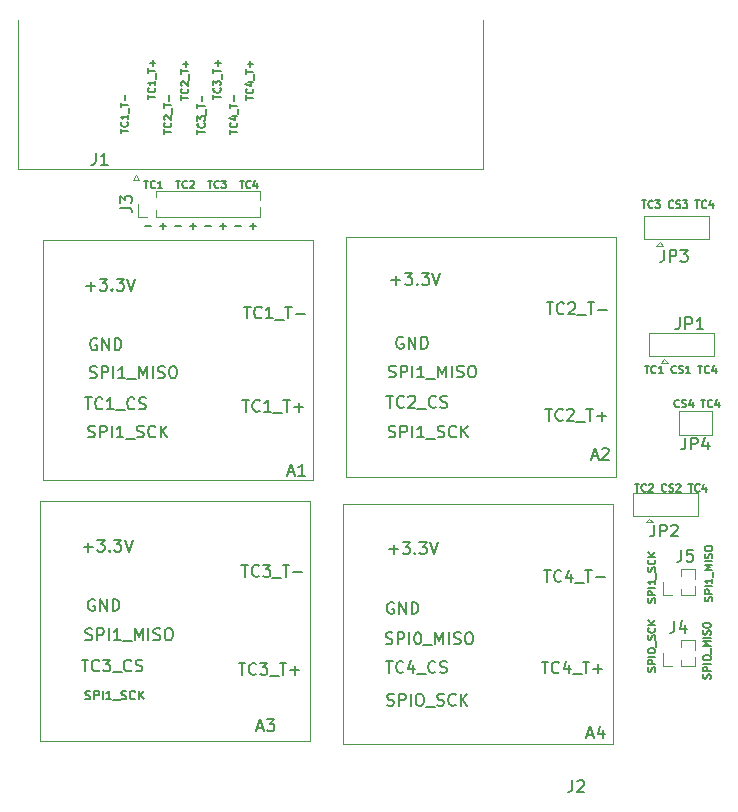
<source format=gbr>
%TF.GenerationSoftware,KiCad,Pcbnew,7.0.7*%
%TF.CreationDate,2023-09-27T23:09:15-07:00*%
%TF.ProjectId,TC-board,54432d62-6f61-4726-942e-6b696361645f,rev?*%
%TF.SameCoordinates,Original*%
%TF.FileFunction,Legend,Top*%
%TF.FilePolarity,Positive*%
%FSLAX46Y46*%
G04 Gerber Fmt 4.6, Leading zero omitted, Abs format (unit mm)*
G04 Created by KiCad (PCBNEW 7.0.7) date 2023-09-27 23:09:15*
%MOMM*%
%LPD*%
G01*
G04 APERTURE LIST*
%ADD10C,0.150000*%
%ADD11C,0.127000*%
%ADD12C,0.149860*%
%ADD13C,0.120000*%
G04 APERTURE END LIST*
D10*
X134560588Y-87617438D02*
X134465350Y-87569819D01*
X134465350Y-87569819D02*
X134322493Y-87569819D01*
X134322493Y-87569819D02*
X134179636Y-87617438D01*
X134179636Y-87617438D02*
X134084398Y-87712676D01*
X134084398Y-87712676D02*
X134036779Y-87807914D01*
X134036779Y-87807914D02*
X133989160Y-87998390D01*
X133989160Y-87998390D02*
X133989160Y-88141247D01*
X133989160Y-88141247D02*
X134036779Y-88331723D01*
X134036779Y-88331723D02*
X134084398Y-88426961D01*
X134084398Y-88426961D02*
X134179636Y-88522200D01*
X134179636Y-88522200D02*
X134322493Y-88569819D01*
X134322493Y-88569819D02*
X134417731Y-88569819D01*
X134417731Y-88569819D02*
X134560588Y-88522200D01*
X134560588Y-88522200D02*
X134608207Y-88474580D01*
X134608207Y-88474580D02*
X134608207Y-88141247D01*
X134608207Y-88141247D02*
X134417731Y-88141247D01*
X135036779Y-88569819D02*
X135036779Y-87569819D01*
X135036779Y-87569819D02*
X135608207Y-88569819D01*
X135608207Y-88569819D02*
X135608207Y-87569819D01*
X136084398Y-88569819D02*
X136084398Y-87569819D01*
X136084398Y-87569819D02*
X136322493Y-87569819D01*
X136322493Y-87569819D02*
X136465350Y-87617438D01*
X136465350Y-87617438D02*
X136560588Y-87712676D01*
X136560588Y-87712676D02*
X136608207Y-87807914D01*
X136608207Y-87807914D02*
X136655826Y-87998390D01*
X136655826Y-87998390D02*
X136655826Y-88141247D01*
X136655826Y-88141247D02*
X136608207Y-88331723D01*
X136608207Y-88331723D02*
X136560588Y-88426961D01*
X136560588Y-88426961D02*
X136465350Y-88522200D01*
X136465350Y-88522200D02*
X136322493Y-88569819D01*
X136322493Y-88569819D02*
X136084398Y-88569819D01*
D11*
X119300684Y-44985971D02*
X119300684Y-44623114D01*
X119935684Y-44804543D02*
X119300684Y-44804543D01*
X119875207Y-44048590D02*
X119905446Y-44078828D01*
X119905446Y-44078828D02*
X119935684Y-44169542D01*
X119935684Y-44169542D02*
X119935684Y-44230018D01*
X119935684Y-44230018D02*
X119905446Y-44320733D01*
X119905446Y-44320733D02*
X119844969Y-44381209D01*
X119844969Y-44381209D02*
X119784493Y-44411447D01*
X119784493Y-44411447D02*
X119663541Y-44441685D01*
X119663541Y-44441685D02*
X119572826Y-44441685D01*
X119572826Y-44441685D02*
X119451874Y-44411447D01*
X119451874Y-44411447D02*
X119391398Y-44381209D01*
X119391398Y-44381209D02*
X119330922Y-44320733D01*
X119330922Y-44320733D02*
X119300684Y-44230018D01*
X119300684Y-44230018D02*
X119300684Y-44169542D01*
X119300684Y-44169542D02*
X119330922Y-44078828D01*
X119330922Y-44078828D02*
X119361160Y-44048590D01*
X119300684Y-43836923D02*
X119300684Y-43443828D01*
X119300684Y-43443828D02*
X119542588Y-43655495D01*
X119542588Y-43655495D02*
X119542588Y-43564780D01*
X119542588Y-43564780D02*
X119572826Y-43504304D01*
X119572826Y-43504304D02*
X119603065Y-43474066D01*
X119603065Y-43474066D02*
X119663541Y-43443828D01*
X119663541Y-43443828D02*
X119814731Y-43443828D01*
X119814731Y-43443828D02*
X119875207Y-43474066D01*
X119875207Y-43474066D02*
X119905446Y-43504304D01*
X119905446Y-43504304D02*
X119935684Y-43564780D01*
X119935684Y-43564780D02*
X119935684Y-43746209D01*
X119935684Y-43746209D02*
X119905446Y-43806685D01*
X119905446Y-43806685D02*
X119875207Y-43836923D01*
X119996160Y-43322876D02*
X119996160Y-42839066D01*
X119300684Y-42778589D02*
X119300684Y-42415732D01*
X119935684Y-42597161D02*
X119300684Y-42597161D01*
X119693779Y-42204065D02*
X119693779Y-41720256D01*
X119935684Y-41962160D02*
X119451874Y-41962160D01*
D10*
X121903922Y-62559819D02*
X122475350Y-62559819D01*
X122189636Y-63559819D02*
X122189636Y-62559819D01*
X123380112Y-63464580D02*
X123332493Y-63512200D01*
X123332493Y-63512200D02*
X123189636Y-63559819D01*
X123189636Y-63559819D02*
X123094398Y-63559819D01*
X123094398Y-63559819D02*
X122951541Y-63512200D01*
X122951541Y-63512200D02*
X122856303Y-63416961D01*
X122856303Y-63416961D02*
X122808684Y-63321723D01*
X122808684Y-63321723D02*
X122761065Y-63131247D01*
X122761065Y-63131247D02*
X122761065Y-62988390D01*
X122761065Y-62988390D02*
X122808684Y-62797914D01*
X122808684Y-62797914D02*
X122856303Y-62702676D01*
X122856303Y-62702676D02*
X122951541Y-62607438D01*
X122951541Y-62607438D02*
X123094398Y-62559819D01*
X123094398Y-62559819D02*
X123189636Y-62559819D01*
X123189636Y-62559819D02*
X123332493Y-62607438D01*
X123332493Y-62607438D02*
X123380112Y-62655057D01*
X124332493Y-63559819D02*
X123761065Y-63559819D01*
X124046779Y-63559819D02*
X124046779Y-62559819D01*
X124046779Y-62559819D02*
X123951541Y-62702676D01*
X123951541Y-62702676D02*
X123856303Y-62797914D01*
X123856303Y-62797914D02*
X123761065Y-62845533D01*
X124522970Y-63655057D02*
X125284874Y-63655057D01*
X125380113Y-62559819D02*
X125951541Y-62559819D01*
X125665827Y-63559819D02*
X125665827Y-62559819D01*
X126284875Y-63178866D02*
X127046780Y-63178866D01*
X147513922Y-62209819D02*
X148085350Y-62209819D01*
X147799636Y-63209819D02*
X147799636Y-62209819D01*
X148990112Y-63114580D02*
X148942493Y-63162200D01*
X148942493Y-63162200D02*
X148799636Y-63209819D01*
X148799636Y-63209819D02*
X148704398Y-63209819D01*
X148704398Y-63209819D02*
X148561541Y-63162200D01*
X148561541Y-63162200D02*
X148466303Y-63066961D01*
X148466303Y-63066961D02*
X148418684Y-62971723D01*
X148418684Y-62971723D02*
X148371065Y-62781247D01*
X148371065Y-62781247D02*
X148371065Y-62638390D01*
X148371065Y-62638390D02*
X148418684Y-62447914D01*
X148418684Y-62447914D02*
X148466303Y-62352676D01*
X148466303Y-62352676D02*
X148561541Y-62257438D01*
X148561541Y-62257438D02*
X148704398Y-62209819D01*
X148704398Y-62209819D02*
X148799636Y-62209819D01*
X148799636Y-62209819D02*
X148942493Y-62257438D01*
X148942493Y-62257438D02*
X148990112Y-62305057D01*
X149371065Y-62305057D02*
X149418684Y-62257438D01*
X149418684Y-62257438D02*
X149513922Y-62209819D01*
X149513922Y-62209819D02*
X149752017Y-62209819D01*
X149752017Y-62209819D02*
X149847255Y-62257438D01*
X149847255Y-62257438D02*
X149894874Y-62305057D01*
X149894874Y-62305057D02*
X149942493Y-62400295D01*
X149942493Y-62400295D02*
X149942493Y-62495533D01*
X149942493Y-62495533D02*
X149894874Y-62638390D01*
X149894874Y-62638390D02*
X149323446Y-63209819D01*
X149323446Y-63209819D02*
X149942493Y-63209819D01*
X150132970Y-63305057D02*
X150894874Y-63305057D01*
X150990113Y-62209819D02*
X151561541Y-62209819D01*
X151275827Y-63209819D02*
X151275827Y-62209819D01*
X151894875Y-62828866D02*
X152656780Y-62828866D01*
D11*
X161515446Y-87505495D02*
X161545684Y-87414781D01*
X161545684Y-87414781D02*
X161545684Y-87263590D01*
X161545684Y-87263590D02*
X161515446Y-87203114D01*
X161515446Y-87203114D02*
X161485207Y-87172876D01*
X161485207Y-87172876D02*
X161424731Y-87142638D01*
X161424731Y-87142638D02*
X161364255Y-87142638D01*
X161364255Y-87142638D02*
X161303779Y-87172876D01*
X161303779Y-87172876D02*
X161273541Y-87203114D01*
X161273541Y-87203114D02*
X161243303Y-87263590D01*
X161243303Y-87263590D02*
X161213065Y-87384543D01*
X161213065Y-87384543D02*
X161182826Y-87445019D01*
X161182826Y-87445019D02*
X161152588Y-87475257D01*
X161152588Y-87475257D02*
X161092112Y-87505495D01*
X161092112Y-87505495D02*
X161031636Y-87505495D01*
X161031636Y-87505495D02*
X160971160Y-87475257D01*
X160971160Y-87475257D02*
X160940922Y-87445019D01*
X160940922Y-87445019D02*
X160910684Y-87384543D01*
X160910684Y-87384543D02*
X160910684Y-87233352D01*
X160910684Y-87233352D02*
X160940922Y-87142638D01*
X161545684Y-86870495D02*
X160910684Y-86870495D01*
X160910684Y-86870495D02*
X160910684Y-86628590D01*
X160910684Y-86628590D02*
X160940922Y-86568114D01*
X160940922Y-86568114D02*
X160971160Y-86537876D01*
X160971160Y-86537876D02*
X161031636Y-86507638D01*
X161031636Y-86507638D02*
X161122350Y-86507638D01*
X161122350Y-86507638D02*
X161182826Y-86537876D01*
X161182826Y-86537876D02*
X161213065Y-86568114D01*
X161213065Y-86568114D02*
X161243303Y-86628590D01*
X161243303Y-86628590D02*
X161243303Y-86870495D01*
X161545684Y-86235495D02*
X160910684Y-86235495D01*
X161545684Y-85600495D02*
X161545684Y-85963352D01*
X161545684Y-85781924D02*
X160910684Y-85781924D01*
X160910684Y-85781924D02*
X161001398Y-85842400D01*
X161001398Y-85842400D02*
X161061874Y-85902876D01*
X161061874Y-85902876D02*
X161092112Y-85963352D01*
X161606160Y-85479543D02*
X161606160Y-84995733D01*
X161545684Y-84844542D02*
X160910684Y-84844542D01*
X160910684Y-84844542D02*
X161364255Y-84632875D01*
X161364255Y-84632875D02*
X160910684Y-84421209D01*
X160910684Y-84421209D02*
X161545684Y-84421209D01*
X161545684Y-84118828D02*
X160910684Y-84118828D01*
X161515446Y-83846685D02*
X161545684Y-83755971D01*
X161545684Y-83755971D02*
X161545684Y-83604780D01*
X161545684Y-83604780D02*
X161515446Y-83544304D01*
X161515446Y-83544304D02*
X161485207Y-83514066D01*
X161485207Y-83514066D02*
X161424731Y-83483828D01*
X161424731Y-83483828D02*
X161364255Y-83483828D01*
X161364255Y-83483828D02*
X161303779Y-83514066D01*
X161303779Y-83514066D02*
X161273541Y-83544304D01*
X161273541Y-83544304D02*
X161243303Y-83604780D01*
X161243303Y-83604780D02*
X161213065Y-83725733D01*
X161213065Y-83725733D02*
X161182826Y-83786209D01*
X161182826Y-83786209D02*
X161152588Y-83816447D01*
X161152588Y-83816447D02*
X161092112Y-83846685D01*
X161092112Y-83846685D02*
X161031636Y-83846685D01*
X161031636Y-83846685D02*
X160971160Y-83816447D01*
X160971160Y-83816447D02*
X160940922Y-83786209D01*
X160940922Y-83786209D02*
X160910684Y-83725733D01*
X160910684Y-83725733D02*
X160910684Y-83574542D01*
X160910684Y-83574542D02*
X160940922Y-83483828D01*
X160910684Y-83090733D02*
X160910684Y-82969780D01*
X160910684Y-82969780D02*
X160940922Y-82909304D01*
X160940922Y-82909304D02*
X161001398Y-82848828D01*
X161001398Y-82848828D02*
X161122350Y-82818590D01*
X161122350Y-82818590D02*
X161334017Y-82818590D01*
X161334017Y-82818590D02*
X161454969Y-82848828D01*
X161454969Y-82848828D02*
X161515446Y-82909304D01*
X161515446Y-82909304D02*
X161545684Y-82969780D01*
X161545684Y-82969780D02*
X161545684Y-83090733D01*
X161545684Y-83090733D02*
X161515446Y-83151209D01*
X161515446Y-83151209D02*
X161454969Y-83211685D01*
X161454969Y-83211685D02*
X161334017Y-83241923D01*
X161334017Y-83241923D02*
X161122350Y-83241923D01*
X161122350Y-83241923D02*
X161001398Y-83211685D01*
X161001398Y-83211685D02*
X160940922Y-83151209D01*
X160940922Y-83151209D02*
X160910684Y-83090733D01*
X154994028Y-77580684D02*
X155356885Y-77580684D01*
X155175456Y-78215684D02*
X155175456Y-77580684D01*
X155931409Y-78155207D02*
X155901171Y-78185446D01*
X155901171Y-78185446D02*
X155810457Y-78215684D01*
X155810457Y-78215684D02*
X155749981Y-78215684D01*
X155749981Y-78215684D02*
X155659266Y-78185446D01*
X155659266Y-78185446D02*
X155598790Y-78124969D01*
X155598790Y-78124969D02*
X155568552Y-78064493D01*
X155568552Y-78064493D02*
X155538314Y-77943541D01*
X155538314Y-77943541D02*
X155538314Y-77852826D01*
X155538314Y-77852826D02*
X155568552Y-77731874D01*
X155568552Y-77731874D02*
X155598790Y-77671398D01*
X155598790Y-77671398D02*
X155659266Y-77610922D01*
X155659266Y-77610922D02*
X155749981Y-77580684D01*
X155749981Y-77580684D02*
X155810457Y-77580684D01*
X155810457Y-77580684D02*
X155901171Y-77610922D01*
X155901171Y-77610922D02*
X155931409Y-77641160D01*
X156173314Y-77641160D02*
X156203552Y-77610922D01*
X156203552Y-77610922D02*
X156264028Y-77580684D01*
X156264028Y-77580684D02*
X156415219Y-77580684D01*
X156415219Y-77580684D02*
X156475695Y-77610922D01*
X156475695Y-77610922D02*
X156505933Y-77641160D01*
X156505933Y-77641160D02*
X156536171Y-77701636D01*
X156536171Y-77701636D02*
X156536171Y-77762112D01*
X156536171Y-77762112D02*
X156505933Y-77852826D01*
X156505933Y-77852826D02*
X156143076Y-78215684D01*
X156143076Y-78215684D02*
X156536171Y-78215684D01*
X157654981Y-78155207D02*
X157624743Y-78185446D01*
X157624743Y-78185446D02*
X157534029Y-78215684D01*
X157534029Y-78215684D02*
X157473553Y-78215684D01*
X157473553Y-78215684D02*
X157382838Y-78185446D01*
X157382838Y-78185446D02*
X157322362Y-78124969D01*
X157322362Y-78124969D02*
X157292124Y-78064493D01*
X157292124Y-78064493D02*
X157261886Y-77943541D01*
X157261886Y-77943541D02*
X157261886Y-77852826D01*
X157261886Y-77852826D02*
X157292124Y-77731874D01*
X157292124Y-77731874D02*
X157322362Y-77671398D01*
X157322362Y-77671398D02*
X157382838Y-77610922D01*
X157382838Y-77610922D02*
X157473553Y-77580684D01*
X157473553Y-77580684D02*
X157534029Y-77580684D01*
X157534029Y-77580684D02*
X157624743Y-77610922D01*
X157624743Y-77610922D02*
X157654981Y-77641160D01*
X157896886Y-78185446D02*
X157987600Y-78215684D01*
X157987600Y-78215684D02*
X158138791Y-78215684D01*
X158138791Y-78215684D02*
X158199267Y-78185446D01*
X158199267Y-78185446D02*
X158229505Y-78155207D01*
X158229505Y-78155207D02*
X158259743Y-78094731D01*
X158259743Y-78094731D02*
X158259743Y-78034255D01*
X158259743Y-78034255D02*
X158229505Y-77973779D01*
X158229505Y-77973779D02*
X158199267Y-77943541D01*
X158199267Y-77943541D02*
X158138791Y-77913303D01*
X158138791Y-77913303D02*
X158017838Y-77883065D01*
X158017838Y-77883065D02*
X157957362Y-77852826D01*
X157957362Y-77852826D02*
X157927124Y-77822588D01*
X157927124Y-77822588D02*
X157896886Y-77762112D01*
X157896886Y-77762112D02*
X157896886Y-77701636D01*
X157896886Y-77701636D02*
X157927124Y-77641160D01*
X157927124Y-77641160D02*
X157957362Y-77610922D01*
X157957362Y-77610922D02*
X158017838Y-77580684D01*
X158017838Y-77580684D02*
X158169029Y-77580684D01*
X158169029Y-77580684D02*
X158259743Y-77610922D01*
X158501648Y-77641160D02*
X158531886Y-77610922D01*
X158531886Y-77610922D02*
X158592362Y-77580684D01*
X158592362Y-77580684D02*
X158743553Y-77580684D01*
X158743553Y-77580684D02*
X158804029Y-77610922D01*
X158804029Y-77610922D02*
X158834267Y-77641160D01*
X158834267Y-77641160D02*
X158864505Y-77701636D01*
X158864505Y-77701636D02*
X158864505Y-77762112D01*
X158864505Y-77762112D02*
X158834267Y-77852826D01*
X158834267Y-77852826D02*
X158471410Y-78215684D01*
X158471410Y-78215684D02*
X158864505Y-78215684D01*
X159529744Y-77580684D02*
X159892601Y-77580684D01*
X159711172Y-78215684D02*
X159711172Y-77580684D01*
X160467125Y-78155207D02*
X160436887Y-78185446D01*
X160436887Y-78185446D02*
X160346173Y-78215684D01*
X160346173Y-78215684D02*
X160285697Y-78215684D01*
X160285697Y-78215684D02*
X160194982Y-78185446D01*
X160194982Y-78185446D02*
X160134506Y-78124969D01*
X160134506Y-78124969D02*
X160104268Y-78064493D01*
X160104268Y-78064493D02*
X160074030Y-77943541D01*
X160074030Y-77943541D02*
X160074030Y-77852826D01*
X160074030Y-77852826D02*
X160104268Y-77731874D01*
X160104268Y-77731874D02*
X160134506Y-77671398D01*
X160134506Y-77671398D02*
X160194982Y-77610922D01*
X160194982Y-77610922D02*
X160285697Y-77580684D01*
X160285697Y-77580684D02*
X160346173Y-77580684D01*
X160346173Y-77580684D02*
X160436887Y-77610922D01*
X160436887Y-77610922D02*
X160467125Y-77641160D01*
X161011411Y-77792350D02*
X161011411Y-78215684D01*
X160860220Y-77550446D02*
X160709030Y-78004017D01*
X160709030Y-78004017D02*
X161102125Y-78004017D01*
D10*
X121683922Y-84419819D02*
X122255350Y-84419819D01*
X121969636Y-85419819D02*
X121969636Y-84419819D01*
X123160112Y-85324580D02*
X123112493Y-85372200D01*
X123112493Y-85372200D02*
X122969636Y-85419819D01*
X122969636Y-85419819D02*
X122874398Y-85419819D01*
X122874398Y-85419819D02*
X122731541Y-85372200D01*
X122731541Y-85372200D02*
X122636303Y-85276961D01*
X122636303Y-85276961D02*
X122588684Y-85181723D01*
X122588684Y-85181723D02*
X122541065Y-84991247D01*
X122541065Y-84991247D02*
X122541065Y-84848390D01*
X122541065Y-84848390D02*
X122588684Y-84657914D01*
X122588684Y-84657914D02*
X122636303Y-84562676D01*
X122636303Y-84562676D02*
X122731541Y-84467438D01*
X122731541Y-84467438D02*
X122874398Y-84419819D01*
X122874398Y-84419819D02*
X122969636Y-84419819D01*
X122969636Y-84419819D02*
X123112493Y-84467438D01*
X123112493Y-84467438D02*
X123160112Y-84515057D01*
X123493446Y-84419819D02*
X124112493Y-84419819D01*
X124112493Y-84419819D02*
X123779160Y-84800771D01*
X123779160Y-84800771D02*
X123922017Y-84800771D01*
X123922017Y-84800771D02*
X124017255Y-84848390D01*
X124017255Y-84848390D02*
X124064874Y-84896009D01*
X124064874Y-84896009D02*
X124112493Y-84991247D01*
X124112493Y-84991247D02*
X124112493Y-85229342D01*
X124112493Y-85229342D02*
X124064874Y-85324580D01*
X124064874Y-85324580D02*
X124017255Y-85372200D01*
X124017255Y-85372200D02*
X123922017Y-85419819D01*
X123922017Y-85419819D02*
X123636303Y-85419819D01*
X123636303Y-85419819D02*
X123541065Y-85372200D01*
X123541065Y-85372200D02*
X123493446Y-85324580D01*
X124302970Y-85515057D02*
X125064874Y-85515057D01*
X125160113Y-84419819D02*
X125731541Y-84419819D01*
X125445827Y-85419819D02*
X125445827Y-84419819D01*
X126064875Y-85038866D02*
X126826780Y-85038866D01*
X121753922Y-70449819D02*
X122325350Y-70449819D01*
X122039636Y-71449819D02*
X122039636Y-70449819D01*
X123230112Y-71354580D02*
X123182493Y-71402200D01*
X123182493Y-71402200D02*
X123039636Y-71449819D01*
X123039636Y-71449819D02*
X122944398Y-71449819D01*
X122944398Y-71449819D02*
X122801541Y-71402200D01*
X122801541Y-71402200D02*
X122706303Y-71306961D01*
X122706303Y-71306961D02*
X122658684Y-71211723D01*
X122658684Y-71211723D02*
X122611065Y-71021247D01*
X122611065Y-71021247D02*
X122611065Y-70878390D01*
X122611065Y-70878390D02*
X122658684Y-70687914D01*
X122658684Y-70687914D02*
X122706303Y-70592676D01*
X122706303Y-70592676D02*
X122801541Y-70497438D01*
X122801541Y-70497438D02*
X122944398Y-70449819D01*
X122944398Y-70449819D02*
X123039636Y-70449819D01*
X123039636Y-70449819D02*
X123182493Y-70497438D01*
X123182493Y-70497438D02*
X123230112Y-70545057D01*
X124182493Y-71449819D02*
X123611065Y-71449819D01*
X123896779Y-71449819D02*
X123896779Y-70449819D01*
X123896779Y-70449819D02*
X123801541Y-70592676D01*
X123801541Y-70592676D02*
X123706303Y-70687914D01*
X123706303Y-70687914D02*
X123611065Y-70735533D01*
X124372970Y-71545057D02*
X125134874Y-71545057D01*
X125230113Y-70449819D02*
X125801541Y-70449819D01*
X125515827Y-71449819D02*
X125515827Y-70449819D01*
X126134875Y-71068866D02*
X126896780Y-71068866D01*
X126515827Y-71449819D02*
X126515827Y-70687914D01*
X133913922Y-92559819D02*
X134485350Y-92559819D01*
X134199636Y-93559819D02*
X134199636Y-92559819D01*
X135390112Y-93464580D02*
X135342493Y-93512200D01*
X135342493Y-93512200D02*
X135199636Y-93559819D01*
X135199636Y-93559819D02*
X135104398Y-93559819D01*
X135104398Y-93559819D02*
X134961541Y-93512200D01*
X134961541Y-93512200D02*
X134866303Y-93416961D01*
X134866303Y-93416961D02*
X134818684Y-93321723D01*
X134818684Y-93321723D02*
X134771065Y-93131247D01*
X134771065Y-93131247D02*
X134771065Y-92988390D01*
X134771065Y-92988390D02*
X134818684Y-92797914D01*
X134818684Y-92797914D02*
X134866303Y-92702676D01*
X134866303Y-92702676D02*
X134961541Y-92607438D01*
X134961541Y-92607438D02*
X135104398Y-92559819D01*
X135104398Y-92559819D02*
X135199636Y-92559819D01*
X135199636Y-92559819D02*
X135342493Y-92607438D01*
X135342493Y-92607438D02*
X135390112Y-92655057D01*
X136247255Y-92893152D02*
X136247255Y-93559819D01*
X136009160Y-92512200D02*
X135771065Y-93226485D01*
X135771065Y-93226485D02*
X136390112Y-93226485D01*
X136532970Y-93655057D02*
X137294874Y-93655057D01*
X138104398Y-93464580D02*
X138056779Y-93512200D01*
X138056779Y-93512200D02*
X137913922Y-93559819D01*
X137913922Y-93559819D02*
X137818684Y-93559819D01*
X137818684Y-93559819D02*
X137675827Y-93512200D01*
X137675827Y-93512200D02*
X137580589Y-93416961D01*
X137580589Y-93416961D02*
X137532970Y-93321723D01*
X137532970Y-93321723D02*
X137485351Y-93131247D01*
X137485351Y-93131247D02*
X137485351Y-92988390D01*
X137485351Y-92988390D02*
X137532970Y-92797914D01*
X137532970Y-92797914D02*
X137580589Y-92702676D01*
X137580589Y-92702676D02*
X137675827Y-92607438D01*
X137675827Y-92607438D02*
X137818684Y-92559819D01*
X137818684Y-92559819D02*
X137913922Y-92559819D01*
X137913922Y-92559819D02*
X138056779Y-92607438D01*
X138056779Y-92607438D02*
X138104398Y-92655057D01*
X138485351Y-93512200D02*
X138628208Y-93559819D01*
X138628208Y-93559819D02*
X138866303Y-93559819D01*
X138866303Y-93559819D02*
X138961541Y-93512200D01*
X138961541Y-93512200D02*
X139009160Y-93464580D01*
X139009160Y-93464580D02*
X139056779Y-93369342D01*
X139056779Y-93369342D02*
X139056779Y-93274104D01*
X139056779Y-93274104D02*
X139009160Y-93178866D01*
X139009160Y-93178866D02*
X138961541Y-93131247D01*
X138961541Y-93131247D02*
X138866303Y-93083628D01*
X138866303Y-93083628D02*
X138675827Y-93036009D01*
X138675827Y-93036009D02*
X138580589Y-92988390D01*
X138580589Y-92988390D02*
X138532970Y-92940771D01*
X138532970Y-92940771D02*
X138485351Y-92845533D01*
X138485351Y-92845533D02*
X138485351Y-92750295D01*
X138485351Y-92750295D02*
X138532970Y-92655057D01*
X138532970Y-92655057D02*
X138580589Y-92607438D01*
X138580589Y-92607438D02*
X138675827Y-92559819D01*
X138675827Y-92559819D02*
X138913922Y-92559819D01*
X138913922Y-92559819D02*
X139056779Y-92607438D01*
X133953922Y-70119819D02*
X134525350Y-70119819D01*
X134239636Y-71119819D02*
X134239636Y-70119819D01*
X135430112Y-71024580D02*
X135382493Y-71072200D01*
X135382493Y-71072200D02*
X135239636Y-71119819D01*
X135239636Y-71119819D02*
X135144398Y-71119819D01*
X135144398Y-71119819D02*
X135001541Y-71072200D01*
X135001541Y-71072200D02*
X134906303Y-70976961D01*
X134906303Y-70976961D02*
X134858684Y-70881723D01*
X134858684Y-70881723D02*
X134811065Y-70691247D01*
X134811065Y-70691247D02*
X134811065Y-70548390D01*
X134811065Y-70548390D02*
X134858684Y-70357914D01*
X134858684Y-70357914D02*
X134906303Y-70262676D01*
X134906303Y-70262676D02*
X135001541Y-70167438D01*
X135001541Y-70167438D02*
X135144398Y-70119819D01*
X135144398Y-70119819D02*
X135239636Y-70119819D01*
X135239636Y-70119819D02*
X135382493Y-70167438D01*
X135382493Y-70167438D02*
X135430112Y-70215057D01*
X135811065Y-70215057D02*
X135858684Y-70167438D01*
X135858684Y-70167438D02*
X135953922Y-70119819D01*
X135953922Y-70119819D02*
X136192017Y-70119819D01*
X136192017Y-70119819D02*
X136287255Y-70167438D01*
X136287255Y-70167438D02*
X136334874Y-70215057D01*
X136334874Y-70215057D02*
X136382493Y-70310295D01*
X136382493Y-70310295D02*
X136382493Y-70405533D01*
X136382493Y-70405533D02*
X136334874Y-70548390D01*
X136334874Y-70548390D02*
X135763446Y-71119819D01*
X135763446Y-71119819D02*
X136382493Y-71119819D01*
X136572970Y-71215057D02*
X137334874Y-71215057D01*
X138144398Y-71024580D02*
X138096779Y-71072200D01*
X138096779Y-71072200D02*
X137953922Y-71119819D01*
X137953922Y-71119819D02*
X137858684Y-71119819D01*
X137858684Y-71119819D02*
X137715827Y-71072200D01*
X137715827Y-71072200D02*
X137620589Y-70976961D01*
X137620589Y-70976961D02*
X137572970Y-70881723D01*
X137572970Y-70881723D02*
X137525351Y-70691247D01*
X137525351Y-70691247D02*
X137525351Y-70548390D01*
X137525351Y-70548390D02*
X137572970Y-70357914D01*
X137572970Y-70357914D02*
X137620589Y-70262676D01*
X137620589Y-70262676D02*
X137715827Y-70167438D01*
X137715827Y-70167438D02*
X137858684Y-70119819D01*
X137858684Y-70119819D02*
X137953922Y-70119819D01*
X137953922Y-70119819D02*
X138096779Y-70167438D01*
X138096779Y-70167438D02*
X138144398Y-70215057D01*
X138525351Y-71072200D02*
X138668208Y-71119819D01*
X138668208Y-71119819D02*
X138906303Y-71119819D01*
X138906303Y-71119819D02*
X139001541Y-71072200D01*
X139001541Y-71072200D02*
X139049160Y-71024580D01*
X139049160Y-71024580D02*
X139096779Y-70929342D01*
X139096779Y-70929342D02*
X139096779Y-70834104D01*
X139096779Y-70834104D02*
X139049160Y-70738866D01*
X139049160Y-70738866D02*
X139001541Y-70691247D01*
X139001541Y-70691247D02*
X138906303Y-70643628D01*
X138906303Y-70643628D02*
X138715827Y-70596009D01*
X138715827Y-70596009D02*
X138620589Y-70548390D01*
X138620589Y-70548390D02*
X138572970Y-70500771D01*
X138572970Y-70500771D02*
X138525351Y-70405533D01*
X138525351Y-70405533D02*
X138525351Y-70310295D01*
X138525351Y-70310295D02*
X138572970Y-70215057D01*
X138572970Y-70215057D02*
X138620589Y-70167438D01*
X138620589Y-70167438D02*
X138715827Y-70119819D01*
X138715827Y-70119819D02*
X138953922Y-70119819D01*
X138953922Y-70119819D02*
X139096779Y-70167438D01*
D11*
X161375446Y-94055495D02*
X161405684Y-93964781D01*
X161405684Y-93964781D02*
X161405684Y-93813590D01*
X161405684Y-93813590D02*
X161375446Y-93753114D01*
X161375446Y-93753114D02*
X161345207Y-93722876D01*
X161345207Y-93722876D02*
X161284731Y-93692638D01*
X161284731Y-93692638D02*
X161224255Y-93692638D01*
X161224255Y-93692638D02*
X161163779Y-93722876D01*
X161163779Y-93722876D02*
X161133541Y-93753114D01*
X161133541Y-93753114D02*
X161103303Y-93813590D01*
X161103303Y-93813590D02*
X161073065Y-93934543D01*
X161073065Y-93934543D02*
X161042826Y-93995019D01*
X161042826Y-93995019D02*
X161012588Y-94025257D01*
X161012588Y-94025257D02*
X160952112Y-94055495D01*
X160952112Y-94055495D02*
X160891636Y-94055495D01*
X160891636Y-94055495D02*
X160831160Y-94025257D01*
X160831160Y-94025257D02*
X160800922Y-93995019D01*
X160800922Y-93995019D02*
X160770684Y-93934543D01*
X160770684Y-93934543D02*
X160770684Y-93783352D01*
X160770684Y-93783352D02*
X160800922Y-93692638D01*
X161405684Y-93420495D02*
X160770684Y-93420495D01*
X160770684Y-93420495D02*
X160770684Y-93178590D01*
X160770684Y-93178590D02*
X160800922Y-93118114D01*
X160800922Y-93118114D02*
X160831160Y-93087876D01*
X160831160Y-93087876D02*
X160891636Y-93057638D01*
X160891636Y-93057638D02*
X160982350Y-93057638D01*
X160982350Y-93057638D02*
X161042826Y-93087876D01*
X161042826Y-93087876D02*
X161073065Y-93118114D01*
X161073065Y-93118114D02*
X161103303Y-93178590D01*
X161103303Y-93178590D02*
X161103303Y-93420495D01*
X161405684Y-92785495D02*
X160770684Y-92785495D01*
X160770684Y-92362162D02*
X160770684Y-92241209D01*
X160770684Y-92241209D02*
X160800922Y-92180733D01*
X160800922Y-92180733D02*
X160861398Y-92120257D01*
X160861398Y-92120257D02*
X160982350Y-92090019D01*
X160982350Y-92090019D02*
X161194017Y-92090019D01*
X161194017Y-92090019D02*
X161314969Y-92120257D01*
X161314969Y-92120257D02*
X161375446Y-92180733D01*
X161375446Y-92180733D02*
X161405684Y-92241209D01*
X161405684Y-92241209D02*
X161405684Y-92362162D01*
X161405684Y-92362162D02*
X161375446Y-92422638D01*
X161375446Y-92422638D02*
X161314969Y-92483114D01*
X161314969Y-92483114D02*
X161194017Y-92513352D01*
X161194017Y-92513352D02*
X160982350Y-92513352D01*
X160982350Y-92513352D02*
X160861398Y-92483114D01*
X160861398Y-92483114D02*
X160800922Y-92422638D01*
X160800922Y-92422638D02*
X160770684Y-92362162D01*
X161466160Y-91969067D02*
X161466160Y-91485257D01*
X161405684Y-91334066D02*
X160770684Y-91334066D01*
X160770684Y-91334066D02*
X161224255Y-91122399D01*
X161224255Y-91122399D02*
X160770684Y-90910733D01*
X160770684Y-90910733D02*
X161405684Y-90910733D01*
X161405684Y-90608352D02*
X160770684Y-90608352D01*
X161375446Y-90336209D02*
X161405684Y-90245495D01*
X161405684Y-90245495D02*
X161405684Y-90094304D01*
X161405684Y-90094304D02*
X161375446Y-90033828D01*
X161375446Y-90033828D02*
X161345207Y-90003590D01*
X161345207Y-90003590D02*
X161284731Y-89973352D01*
X161284731Y-89973352D02*
X161224255Y-89973352D01*
X161224255Y-89973352D02*
X161163779Y-90003590D01*
X161163779Y-90003590D02*
X161133541Y-90033828D01*
X161133541Y-90033828D02*
X161103303Y-90094304D01*
X161103303Y-90094304D02*
X161073065Y-90215257D01*
X161073065Y-90215257D02*
X161042826Y-90275733D01*
X161042826Y-90275733D02*
X161012588Y-90305971D01*
X161012588Y-90305971D02*
X160952112Y-90336209D01*
X160952112Y-90336209D02*
X160891636Y-90336209D01*
X160891636Y-90336209D02*
X160831160Y-90305971D01*
X160831160Y-90305971D02*
X160800922Y-90275733D01*
X160800922Y-90275733D02*
X160770684Y-90215257D01*
X160770684Y-90215257D02*
X160770684Y-90064066D01*
X160770684Y-90064066D02*
X160800922Y-89973352D01*
X160770684Y-89580257D02*
X160770684Y-89459304D01*
X160770684Y-89459304D02*
X160800922Y-89398828D01*
X160800922Y-89398828D02*
X160861398Y-89338352D01*
X160861398Y-89338352D02*
X160982350Y-89308114D01*
X160982350Y-89308114D02*
X161194017Y-89308114D01*
X161194017Y-89308114D02*
X161314969Y-89338352D01*
X161314969Y-89338352D02*
X161375446Y-89398828D01*
X161375446Y-89398828D02*
X161405684Y-89459304D01*
X161405684Y-89459304D02*
X161405684Y-89580257D01*
X161405684Y-89580257D02*
X161375446Y-89640733D01*
X161375446Y-89640733D02*
X161314969Y-89701209D01*
X161314969Y-89701209D02*
X161194017Y-89731447D01*
X161194017Y-89731447D02*
X160982350Y-89731447D01*
X160982350Y-89731447D02*
X160861398Y-89701209D01*
X160861398Y-89701209D02*
X160800922Y-89640733D01*
X160800922Y-89640733D02*
X160770684Y-89580257D01*
D10*
X108433922Y-70249819D02*
X109005350Y-70249819D01*
X108719636Y-71249819D02*
X108719636Y-70249819D01*
X109910112Y-71154580D02*
X109862493Y-71202200D01*
X109862493Y-71202200D02*
X109719636Y-71249819D01*
X109719636Y-71249819D02*
X109624398Y-71249819D01*
X109624398Y-71249819D02*
X109481541Y-71202200D01*
X109481541Y-71202200D02*
X109386303Y-71106961D01*
X109386303Y-71106961D02*
X109338684Y-71011723D01*
X109338684Y-71011723D02*
X109291065Y-70821247D01*
X109291065Y-70821247D02*
X109291065Y-70678390D01*
X109291065Y-70678390D02*
X109338684Y-70487914D01*
X109338684Y-70487914D02*
X109386303Y-70392676D01*
X109386303Y-70392676D02*
X109481541Y-70297438D01*
X109481541Y-70297438D02*
X109624398Y-70249819D01*
X109624398Y-70249819D02*
X109719636Y-70249819D01*
X109719636Y-70249819D02*
X109862493Y-70297438D01*
X109862493Y-70297438D02*
X109910112Y-70345057D01*
X110862493Y-71249819D02*
X110291065Y-71249819D01*
X110576779Y-71249819D02*
X110576779Y-70249819D01*
X110576779Y-70249819D02*
X110481541Y-70392676D01*
X110481541Y-70392676D02*
X110386303Y-70487914D01*
X110386303Y-70487914D02*
X110291065Y-70535533D01*
X111052970Y-71345057D02*
X111814874Y-71345057D01*
X112624398Y-71154580D02*
X112576779Y-71202200D01*
X112576779Y-71202200D02*
X112433922Y-71249819D01*
X112433922Y-71249819D02*
X112338684Y-71249819D01*
X112338684Y-71249819D02*
X112195827Y-71202200D01*
X112195827Y-71202200D02*
X112100589Y-71106961D01*
X112100589Y-71106961D02*
X112052970Y-71011723D01*
X112052970Y-71011723D02*
X112005351Y-70821247D01*
X112005351Y-70821247D02*
X112005351Y-70678390D01*
X112005351Y-70678390D02*
X112052970Y-70487914D01*
X112052970Y-70487914D02*
X112100589Y-70392676D01*
X112100589Y-70392676D02*
X112195827Y-70297438D01*
X112195827Y-70297438D02*
X112338684Y-70249819D01*
X112338684Y-70249819D02*
X112433922Y-70249819D01*
X112433922Y-70249819D02*
X112576779Y-70297438D01*
X112576779Y-70297438D02*
X112624398Y-70345057D01*
X113005351Y-71202200D02*
X113148208Y-71249819D01*
X113148208Y-71249819D02*
X113386303Y-71249819D01*
X113386303Y-71249819D02*
X113481541Y-71202200D01*
X113481541Y-71202200D02*
X113529160Y-71154580D01*
X113529160Y-71154580D02*
X113576779Y-71059342D01*
X113576779Y-71059342D02*
X113576779Y-70964104D01*
X113576779Y-70964104D02*
X113529160Y-70868866D01*
X113529160Y-70868866D02*
X113481541Y-70821247D01*
X113481541Y-70821247D02*
X113386303Y-70773628D01*
X113386303Y-70773628D02*
X113195827Y-70726009D01*
X113195827Y-70726009D02*
X113100589Y-70678390D01*
X113100589Y-70678390D02*
X113052970Y-70630771D01*
X113052970Y-70630771D02*
X113005351Y-70535533D01*
X113005351Y-70535533D02*
X113005351Y-70440295D01*
X113005351Y-70440295D02*
X113052970Y-70345057D01*
X113052970Y-70345057D02*
X113100589Y-70297438D01*
X113100589Y-70297438D02*
X113195827Y-70249819D01*
X113195827Y-70249819D02*
X113433922Y-70249819D01*
X113433922Y-70249819D02*
X113576779Y-70297438D01*
X134376779Y-60328866D02*
X135138684Y-60328866D01*
X134757731Y-60709819D02*
X134757731Y-59947914D01*
X135519636Y-59709819D02*
X136138683Y-59709819D01*
X136138683Y-59709819D02*
X135805350Y-60090771D01*
X135805350Y-60090771D02*
X135948207Y-60090771D01*
X135948207Y-60090771D02*
X136043445Y-60138390D01*
X136043445Y-60138390D02*
X136091064Y-60186009D01*
X136091064Y-60186009D02*
X136138683Y-60281247D01*
X136138683Y-60281247D02*
X136138683Y-60519342D01*
X136138683Y-60519342D02*
X136091064Y-60614580D01*
X136091064Y-60614580D02*
X136043445Y-60662200D01*
X136043445Y-60662200D02*
X135948207Y-60709819D01*
X135948207Y-60709819D02*
X135662493Y-60709819D01*
X135662493Y-60709819D02*
X135567255Y-60662200D01*
X135567255Y-60662200D02*
X135519636Y-60614580D01*
X136567255Y-60614580D02*
X136614874Y-60662200D01*
X136614874Y-60662200D02*
X136567255Y-60709819D01*
X136567255Y-60709819D02*
X136519636Y-60662200D01*
X136519636Y-60662200D02*
X136567255Y-60614580D01*
X136567255Y-60614580D02*
X136567255Y-60709819D01*
X136948207Y-59709819D02*
X137567254Y-59709819D01*
X137567254Y-59709819D02*
X137233921Y-60090771D01*
X137233921Y-60090771D02*
X137376778Y-60090771D01*
X137376778Y-60090771D02*
X137472016Y-60138390D01*
X137472016Y-60138390D02*
X137519635Y-60186009D01*
X137519635Y-60186009D02*
X137567254Y-60281247D01*
X137567254Y-60281247D02*
X137567254Y-60519342D01*
X137567254Y-60519342D02*
X137519635Y-60614580D01*
X137519635Y-60614580D02*
X137472016Y-60662200D01*
X137472016Y-60662200D02*
X137376778Y-60709819D01*
X137376778Y-60709819D02*
X137091064Y-60709819D01*
X137091064Y-60709819D02*
X136995826Y-60662200D01*
X136995826Y-60662200D02*
X136948207Y-60614580D01*
X137852969Y-59709819D02*
X138186302Y-60709819D01*
X138186302Y-60709819D02*
X138519635Y-59709819D01*
X133899160Y-91092200D02*
X134042017Y-91139819D01*
X134042017Y-91139819D02*
X134280112Y-91139819D01*
X134280112Y-91139819D02*
X134375350Y-91092200D01*
X134375350Y-91092200D02*
X134422969Y-91044580D01*
X134422969Y-91044580D02*
X134470588Y-90949342D01*
X134470588Y-90949342D02*
X134470588Y-90854104D01*
X134470588Y-90854104D02*
X134422969Y-90758866D01*
X134422969Y-90758866D02*
X134375350Y-90711247D01*
X134375350Y-90711247D02*
X134280112Y-90663628D01*
X134280112Y-90663628D02*
X134089636Y-90616009D01*
X134089636Y-90616009D02*
X133994398Y-90568390D01*
X133994398Y-90568390D02*
X133946779Y-90520771D01*
X133946779Y-90520771D02*
X133899160Y-90425533D01*
X133899160Y-90425533D02*
X133899160Y-90330295D01*
X133899160Y-90330295D02*
X133946779Y-90235057D01*
X133946779Y-90235057D02*
X133994398Y-90187438D01*
X133994398Y-90187438D02*
X134089636Y-90139819D01*
X134089636Y-90139819D02*
X134327731Y-90139819D01*
X134327731Y-90139819D02*
X134470588Y-90187438D01*
X134899160Y-91139819D02*
X134899160Y-90139819D01*
X134899160Y-90139819D02*
X135280112Y-90139819D01*
X135280112Y-90139819D02*
X135375350Y-90187438D01*
X135375350Y-90187438D02*
X135422969Y-90235057D01*
X135422969Y-90235057D02*
X135470588Y-90330295D01*
X135470588Y-90330295D02*
X135470588Y-90473152D01*
X135470588Y-90473152D02*
X135422969Y-90568390D01*
X135422969Y-90568390D02*
X135375350Y-90616009D01*
X135375350Y-90616009D02*
X135280112Y-90663628D01*
X135280112Y-90663628D02*
X134899160Y-90663628D01*
X135899160Y-91139819D02*
X135899160Y-90139819D01*
X136565826Y-90139819D02*
X136661064Y-90139819D01*
X136661064Y-90139819D02*
X136756302Y-90187438D01*
X136756302Y-90187438D02*
X136803921Y-90235057D01*
X136803921Y-90235057D02*
X136851540Y-90330295D01*
X136851540Y-90330295D02*
X136899159Y-90520771D01*
X136899159Y-90520771D02*
X136899159Y-90758866D01*
X136899159Y-90758866D02*
X136851540Y-90949342D01*
X136851540Y-90949342D02*
X136803921Y-91044580D01*
X136803921Y-91044580D02*
X136756302Y-91092200D01*
X136756302Y-91092200D02*
X136661064Y-91139819D01*
X136661064Y-91139819D02*
X136565826Y-91139819D01*
X136565826Y-91139819D02*
X136470588Y-91092200D01*
X136470588Y-91092200D02*
X136422969Y-91044580D01*
X136422969Y-91044580D02*
X136375350Y-90949342D01*
X136375350Y-90949342D02*
X136327731Y-90758866D01*
X136327731Y-90758866D02*
X136327731Y-90520771D01*
X136327731Y-90520771D02*
X136375350Y-90330295D01*
X136375350Y-90330295D02*
X136422969Y-90235057D01*
X136422969Y-90235057D02*
X136470588Y-90187438D01*
X136470588Y-90187438D02*
X136565826Y-90139819D01*
X137089636Y-91235057D02*
X137851540Y-91235057D01*
X138089636Y-91139819D02*
X138089636Y-90139819D01*
X138089636Y-90139819D02*
X138422969Y-90854104D01*
X138422969Y-90854104D02*
X138756302Y-90139819D01*
X138756302Y-90139819D02*
X138756302Y-91139819D01*
X139232493Y-91139819D02*
X139232493Y-90139819D01*
X139661064Y-91092200D02*
X139803921Y-91139819D01*
X139803921Y-91139819D02*
X140042016Y-91139819D01*
X140042016Y-91139819D02*
X140137254Y-91092200D01*
X140137254Y-91092200D02*
X140184873Y-91044580D01*
X140184873Y-91044580D02*
X140232492Y-90949342D01*
X140232492Y-90949342D02*
X140232492Y-90854104D01*
X140232492Y-90854104D02*
X140184873Y-90758866D01*
X140184873Y-90758866D02*
X140137254Y-90711247D01*
X140137254Y-90711247D02*
X140042016Y-90663628D01*
X140042016Y-90663628D02*
X139851540Y-90616009D01*
X139851540Y-90616009D02*
X139756302Y-90568390D01*
X139756302Y-90568390D02*
X139708683Y-90520771D01*
X139708683Y-90520771D02*
X139661064Y-90425533D01*
X139661064Y-90425533D02*
X139661064Y-90330295D01*
X139661064Y-90330295D02*
X139708683Y-90235057D01*
X139708683Y-90235057D02*
X139756302Y-90187438D01*
X139756302Y-90187438D02*
X139851540Y-90139819D01*
X139851540Y-90139819D02*
X140089635Y-90139819D01*
X140089635Y-90139819D02*
X140232492Y-90187438D01*
X140851540Y-90139819D02*
X141042016Y-90139819D01*
X141042016Y-90139819D02*
X141137254Y-90187438D01*
X141137254Y-90187438D02*
X141232492Y-90282676D01*
X141232492Y-90282676D02*
X141280111Y-90473152D01*
X141280111Y-90473152D02*
X141280111Y-90806485D01*
X141280111Y-90806485D02*
X141232492Y-90996961D01*
X141232492Y-90996961D02*
X141137254Y-91092200D01*
X141137254Y-91092200D02*
X141042016Y-91139819D01*
X141042016Y-91139819D02*
X140851540Y-91139819D01*
X140851540Y-91139819D02*
X140756302Y-91092200D01*
X140756302Y-91092200D02*
X140661064Y-90996961D01*
X140661064Y-90996961D02*
X140613445Y-90806485D01*
X140613445Y-90806485D02*
X140613445Y-90473152D01*
X140613445Y-90473152D02*
X140661064Y-90282676D01*
X140661064Y-90282676D02*
X140756302Y-90187438D01*
X140756302Y-90187438D02*
X140851540Y-90139819D01*
X121443922Y-92729819D02*
X122015350Y-92729819D01*
X121729636Y-93729819D02*
X121729636Y-92729819D01*
X122920112Y-93634580D02*
X122872493Y-93682200D01*
X122872493Y-93682200D02*
X122729636Y-93729819D01*
X122729636Y-93729819D02*
X122634398Y-93729819D01*
X122634398Y-93729819D02*
X122491541Y-93682200D01*
X122491541Y-93682200D02*
X122396303Y-93586961D01*
X122396303Y-93586961D02*
X122348684Y-93491723D01*
X122348684Y-93491723D02*
X122301065Y-93301247D01*
X122301065Y-93301247D02*
X122301065Y-93158390D01*
X122301065Y-93158390D02*
X122348684Y-92967914D01*
X122348684Y-92967914D02*
X122396303Y-92872676D01*
X122396303Y-92872676D02*
X122491541Y-92777438D01*
X122491541Y-92777438D02*
X122634398Y-92729819D01*
X122634398Y-92729819D02*
X122729636Y-92729819D01*
X122729636Y-92729819D02*
X122872493Y-92777438D01*
X122872493Y-92777438D02*
X122920112Y-92825057D01*
X123253446Y-92729819D02*
X123872493Y-92729819D01*
X123872493Y-92729819D02*
X123539160Y-93110771D01*
X123539160Y-93110771D02*
X123682017Y-93110771D01*
X123682017Y-93110771D02*
X123777255Y-93158390D01*
X123777255Y-93158390D02*
X123824874Y-93206009D01*
X123824874Y-93206009D02*
X123872493Y-93301247D01*
X123872493Y-93301247D02*
X123872493Y-93539342D01*
X123872493Y-93539342D02*
X123824874Y-93634580D01*
X123824874Y-93634580D02*
X123777255Y-93682200D01*
X123777255Y-93682200D02*
X123682017Y-93729819D01*
X123682017Y-93729819D02*
X123396303Y-93729819D01*
X123396303Y-93729819D02*
X123301065Y-93682200D01*
X123301065Y-93682200D02*
X123253446Y-93634580D01*
X124062970Y-93825057D02*
X124824874Y-93825057D01*
X124920113Y-92729819D02*
X125491541Y-92729819D01*
X125205827Y-93729819D02*
X125205827Y-92729819D01*
X125824875Y-93348866D02*
X126586780Y-93348866D01*
X126205827Y-93729819D02*
X126205827Y-92967914D01*
D11*
X111450684Y-47865971D02*
X111450684Y-47503114D01*
X112085684Y-47684543D02*
X111450684Y-47684543D01*
X112025207Y-46928590D02*
X112055446Y-46958828D01*
X112055446Y-46958828D02*
X112085684Y-47049542D01*
X112085684Y-47049542D02*
X112085684Y-47110018D01*
X112085684Y-47110018D02*
X112055446Y-47200733D01*
X112055446Y-47200733D02*
X111994969Y-47261209D01*
X111994969Y-47261209D02*
X111934493Y-47291447D01*
X111934493Y-47291447D02*
X111813541Y-47321685D01*
X111813541Y-47321685D02*
X111722826Y-47321685D01*
X111722826Y-47321685D02*
X111601874Y-47291447D01*
X111601874Y-47291447D02*
X111541398Y-47261209D01*
X111541398Y-47261209D02*
X111480922Y-47200733D01*
X111480922Y-47200733D02*
X111450684Y-47110018D01*
X111450684Y-47110018D02*
X111450684Y-47049542D01*
X111450684Y-47049542D02*
X111480922Y-46958828D01*
X111480922Y-46958828D02*
X111511160Y-46928590D01*
X112085684Y-46323828D02*
X112085684Y-46686685D01*
X112085684Y-46505257D02*
X111450684Y-46505257D01*
X111450684Y-46505257D02*
X111541398Y-46565733D01*
X111541398Y-46565733D02*
X111601874Y-46626209D01*
X111601874Y-46626209D02*
X111632112Y-46686685D01*
X112146160Y-46202876D02*
X112146160Y-45719066D01*
X111450684Y-45658589D02*
X111450684Y-45295732D01*
X112085684Y-45477161D02*
X111450684Y-45477161D01*
X111843779Y-45084065D02*
X111843779Y-44600256D01*
D10*
X147093922Y-92609819D02*
X147665350Y-92609819D01*
X147379636Y-93609819D02*
X147379636Y-92609819D01*
X148570112Y-93514580D02*
X148522493Y-93562200D01*
X148522493Y-93562200D02*
X148379636Y-93609819D01*
X148379636Y-93609819D02*
X148284398Y-93609819D01*
X148284398Y-93609819D02*
X148141541Y-93562200D01*
X148141541Y-93562200D02*
X148046303Y-93466961D01*
X148046303Y-93466961D02*
X147998684Y-93371723D01*
X147998684Y-93371723D02*
X147951065Y-93181247D01*
X147951065Y-93181247D02*
X147951065Y-93038390D01*
X147951065Y-93038390D02*
X147998684Y-92847914D01*
X147998684Y-92847914D02*
X148046303Y-92752676D01*
X148046303Y-92752676D02*
X148141541Y-92657438D01*
X148141541Y-92657438D02*
X148284398Y-92609819D01*
X148284398Y-92609819D02*
X148379636Y-92609819D01*
X148379636Y-92609819D02*
X148522493Y-92657438D01*
X148522493Y-92657438D02*
X148570112Y-92705057D01*
X149427255Y-92943152D02*
X149427255Y-93609819D01*
X149189160Y-92562200D02*
X148951065Y-93276485D01*
X148951065Y-93276485D02*
X149570112Y-93276485D01*
X149712970Y-93705057D02*
X150474874Y-93705057D01*
X150570113Y-92609819D02*
X151141541Y-92609819D01*
X150855827Y-93609819D02*
X150855827Y-92609819D01*
X151474875Y-93228866D02*
X152236780Y-93228866D01*
X151855827Y-93609819D02*
X151855827Y-92847914D01*
X135370588Y-65157438D02*
X135275350Y-65109819D01*
X135275350Y-65109819D02*
X135132493Y-65109819D01*
X135132493Y-65109819D02*
X134989636Y-65157438D01*
X134989636Y-65157438D02*
X134894398Y-65252676D01*
X134894398Y-65252676D02*
X134846779Y-65347914D01*
X134846779Y-65347914D02*
X134799160Y-65538390D01*
X134799160Y-65538390D02*
X134799160Y-65681247D01*
X134799160Y-65681247D02*
X134846779Y-65871723D01*
X134846779Y-65871723D02*
X134894398Y-65966961D01*
X134894398Y-65966961D02*
X134989636Y-66062200D01*
X134989636Y-66062200D02*
X135132493Y-66109819D01*
X135132493Y-66109819D02*
X135227731Y-66109819D01*
X135227731Y-66109819D02*
X135370588Y-66062200D01*
X135370588Y-66062200D02*
X135418207Y-66014580D01*
X135418207Y-66014580D02*
X135418207Y-65681247D01*
X135418207Y-65681247D02*
X135227731Y-65681247D01*
X135846779Y-66109819D02*
X135846779Y-65109819D01*
X135846779Y-65109819D02*
X136418207Y-66109819D01*
X136418207Y-66109819D02*
X136418207Y-65109819D01*
X136894398Y-66109819D02*
X136894398Y-65109819D01*
X136894398Y-65109819D02*
X137132493Y-65109819D01*
X137132493Y-65109819D02*
X137275350Y-65157438D01*
X137275350Y-65157438D02*
X137370588Y-65252676D01*
X137370588Y-65252676D02*
X137418207Y-65347914D01*
X137418207Y-65347914D02*
X137465826Y-65538390D01*
X137465826Y-65538390D02*
X137465826Y-65681247D01*
X137465826Y-65681247D02*
X137418207Y-65871723D01*
X137418207Y-65871723D02*
X137370588Y-65966961D01*
X137370588Y-65966961D02*
X137275350Y-66062200D01*
X137275350Y-66062200D02*
X137132493Y-66109819D01*
X137132493Y-66109819D02*
X136894398Y-66109819D01*
D11*
X117950684Y-47965971D02*
X117950684Y-47603114D01*
X118585684Y-47784543D02*
X117950684Y-47784543D01*
X118525207Y-47028590D02*
X118555446Y-47058828D01*
X118555446Y-47058828D02*
X118585684Y-47149542D01*
X118585684Y-47149542D02*
X118585684Y-47210018D01*
X118585684Y-47210018D02*
X118555446Y-47300733D01*
X118555446Y-47300733D02*
X118494969Y-47361209D01*
X118494969Y-47361209D02*
X118434493Y-47391447D01*
X118434493Y-47391447D02*
X118313541Y-47421685D01*
X118313541Y-47421685D02*
X118222826Y-47421685D01*
X118222826Y-47421685D02*
X118101874Y-47391447D01*
X118101874Y-47391447D02*
X118041398Y-47361209D01*
X118041398Y-47361209D02*
X117980922Y-47300733D01*
X117980922Y-47300733D02*
X117950684Y-47210018D01*
X117950684Y-47210018D02*
X117950684Y-47149542D01*
X117950684Y-47149542D02*
X117980922Y-47058828D01*
X117980922Y-47058828D02*
X118011160Y-47028590D01*
X117950684Y-46816923D02*
X117950684Y-46423828D01*
X117950684Y-46423828D02*
X118192588Y-46635495D01*
X118192588Y-46635495D02*
X118192588Y-46544780D01*
X118192588Y-46544780D02*
X118222826Y-46484304D01*
X118222826Y-46484304D02*
X118253065Y-46454066D01*
X118253065Y-46454066D02*
X118313541Y-46423828D01*
X118313541Y-46423828D02*
X118464731Y-46423828D01*
X118464731Y-46423828D02*
X118525207Y-46454066D01*
X118525207Y-46454066D02*
X118555446Y-46484304D01*
X118555446Y-46484304D02*
X118585684Y-46544780D01*
X118585684Y-46544780D02*
X118585684Y-46726209D01*
X118585684Y-46726209D02*
X118555446Y-46786685D01*
X118555446Y-46786685D02*
X118525207Y-46816923D01*
X118646160Y-46302876D02*
X118646160Y-45819066D01*
X117950684Y-45758589D02*
X117950684Y-45395732D01*
X118585684Y-45577161D02*
X117950684Y-45577161D01*
X118343779Y-45184065D02*
X118343779Y-44700256D01*
X113509742Y-55734856D02*
X113993552Y-55734856D01*
X114779742Y-55734856D02*
X115263552Y-55734856D01*
X115021647Y-56025141D02*
X115021647Y-55444570D01*
X116049742Y-55734856D02*
X116533552Y-55734856D01*
X117319742Y-55734856D02*
X117803552Y-55734856D01*
X117561647Y-56025141D02*
X117561647Y-55444570D01*
X118589742Y-55734856D02*
X119073552Y-55734856D01*
X119859742Y-55734856D02*
X120343552Y-55734856D01*
X120101647Y-56025141D02*
X120101647Y-55444570D01*
X121129742Y-55734856D02*
X121613552Y-55734856D01*
X122399742Y-55734856D02*
X122883552Y-55734856D01*
X122641647Y-56025141D02*
X122641647Y-55444570D01*
X113760684Y-44965971D02*
X113760684Y-44603114D01*
X114395684Y-44784543D02*
X113760684Y-44784543D01*
X114335207Y-44028590D02*
X114365446Y-44058828D01*
X114365446Y-44058828D02*
X114395684Y-44149542D01*
X114395684Y-44149542D02*
X114395684Y-44210018D01*
X114395684Y-44210018D02*
X114365446Y-44300733D01*
X114365446Y-44300733D02*
X114304969Y-44361209D01*
X114304969Y-44361209D02*
X114244493Y-44391447D01*
X114244493Y-44391447D02*
X114123541Y-44421685D01*
X114123541Y-44421685D02*
X114032826Y-44421685D01*
X114032826Y-44421685D02*
X113911874Y-44391447D01*
X113911874Y-44391447D02*
X113851398Y-44361209D01*
X113851398Y-44361209D02*
X113790922Y-44300733D01*
X113790922Y-44300733D02*
X113760684Y-44210018D01*
X113760684Y-44210018D02*
X113760684Y-44149542D01*
X113760684Y-44149542D02*
X113790922Y-44058828D01*
X113790922Y-44058828D02*
X113821160Y-44028590D01*
X114395684Y-43423828D02*
X114395684Y-43786685D01*
X114395684Y-43605257D02*
X113760684Y-43605257D01*
X113760684Y-43605257D02*
X113851398Y-43665733D01*
X113851398Y-43665733D02*
X113911874Y-43726209D01*
X113911874Y-43726209D02*
X113942112Y-43786685D01*
X114456160Y-43302876D02*
X114456160Y-42819066D01*
X113760684Y-42758589D02*
X113760684Y-42395732D01*
X114395684Y-42577161D02*
X113760684Y-42577161D01*
X114153779Y-42184065D02*
X114153779Y-41700256D01*
X114395684Y-41942160D02*
X113911874Y-41942160D01*
D10*
X108839160Y-68562200D02*
X108982017Y-68609819D01*
X108982017Y-68609819D02*
X109220112Y-68609819D01*
X109220112Y-68609819D02*
X109315350Y-68562200D01*
X109315350Y-68562200D02*
X109362969Y-68514580D01*
X109362969Y-68514580D02*
X109410588Y-68419342D01*
X109410588Y-68419342D02*
X109410588Y-68324104D01*
X109410588Y-68324104D02*
X109362969Y-68228866D01*
X109362969Y-68228866D02*
X109315350Y-68181247D01*
X109315350Y-68181247D02*
X109220112Y-68133628D01*
X109220112Y-68133628D02*
X109029636Y-68086009D01*
X109029636Y-68086009D02*
X108934398Y-68038390D01*
X108934398Y-68038390D02*
X108886779Y-67990771D01*
X108886779Y-67990771D02*
X108839160Y-67895533D01*
X108839160Y-67895533D02*
X108839160Y-67800295D01*
X108839160Y-67800295D02*
X108886779Y-67705057D01*
X108886779Y-67705057D02*
X108934398Y-67657438D01*
X108934398Y-67657438D02*
X109029636Y-67609819D01*
X109029636Y-67609819D02*
X109267731Y-67609819D01*
X109267731Y-67609819D02*
X109410588Y-67657438D01*
X109839160Y-68609819D02*
X109839160Y-67609819D01*
X109839160Y-67609819D02*
X110220112Y-67609819D01*
X110220112Y-67609819D02*
X110315350Y-67657438D01*
X110315350Y-67657438D02*
X110362969Y-67705057D01*
X110362969Y-67705057D02*
X110410588Y-67800295D01*
X110410588Y-67800295D02*
X110410588Y-67943152D01*
X110410588Y-67943152D02*
X110362969Y-68038390D01*
X110362969Y-68038390D02*
X110315350Y-68086009D01*
X110315350Y-68086009D02*
X110220112Y-68133628D01*
X110220112Y-68133628D02*
X109839160Y-68133628D01*
X110839160Y-68609819D02*
X110839160Y-67609819D01*
X111839159Y-68609819D02*
X111267731Y-68609819D01*
X111553445Y-68609819D02*
X111553445Y-67609819D01*
X111553445Y-67609819D02*
X111458207Y-67752676D01*
X111458207Y-67752676D02*
X111362969Y-67847914D01*
X111362969Y-67847914D02*
X111267731Y-67895533D01*
X112029636Y-68705057D02*
X112791540Y-68705057D01*
X113029636Y-68609819D02*
X113029636Y-67609819D01*
X113029636Y-67609819D02*
X113362969Y-68324104D01*
X113362969Y-68324104D02*
X113696302Y-67609819D01*
X113696302Y-67609819D02*
X113696302Y-68609819D01*
X114172493Y-68609819D02*
X114172493Y-67609819D01*
X114601064Y-68562200D02*
X114743921Y-68609819D01*
X114743921Y-68609819D02*
X114982016Y-68609819D01*
X114982016Y-68609819D02*
X115077254Y-68562200D01*
X115077254Y-68562200D02*
X115124873Y-68514580D01*
X115124873Y-68514580D02*
X115172492Y-68419342D01*
X115172492Y-68419342D02*
X115172492Y-68324104D01*
X115172492Y-68324104D02*
X115124873Y-68228866D01*
X115124873Y-68228866D02*
X115077254Y-68181247D01*
X115077254Y-68181247D02*
X114982016Y-68133628D01*
X114982016Y-68133628D02*
X114791540Y-68086009D01*
X114791540Y-68086009D02*
X114696302Y-68038390D01*
X114696302Y-68038390D02*
X114648683Y-67990771D01*
X114648683Y-67990771D02*
X114601064Y-67895533D01*
X114601064Y-67895533D02*
X114601064Y-67800295D01*
X114601064Y-67800295D02*
X114648683Y-67705057D01*
X114648683Y-67705057D02*
X114696302Y-67657438D01*
X114696302Y-67657438D02*
X114791540Y-67609819D01*
X114791540Y-67609819D02*
X115029635Y-67609819D01*
X115029635Y-67609819D02*
X115172492Y-67657438D01*
X115791540Y-67609819D02*
X115982016Y-67609819D01*
X115982016Y-67609819D02*
X116077254Y-67657438D01*
X116077254Y-67657438D02*
X116172492Y-67752676D01*
X116172492Y-67752676D02*
X116220111Y-67943152D01*
X116220111Y-67943152D02*
X116220111Y-68276485D01*
X116220111Y-68276485D02*
X116172492Y-68466961D01*
X116172492Y-68466961D02*
X116077254Y-68562200D01*
X116077254Y-68562200D02*
X115982016Y-68609819D01*
X115982016Y-68609819D02*
X115791540Y-68609819D01*
X115791540Y-68609819D02*
X115696302Y-68562200D01*
X115696302Y-68562200D02*
X115601064Y-68466961D01*
X115601064Y-68466961D02*
X115553445Y-68276485D01*
X115553445Y-68276485D02*
X115553445Y-67943152D01*
X115553445Y-67943152D02*
X115601064Y-67752676D01*
X115601064Y-67752676D02*
X115696302Y-67657438D01*
X115696302Y-67657438D02*
X115791540Y-67609819D01*
X147283922Y-84869819D02*
X147855350Y-84869819D01*
X147569636Y-85869819D02*
X147569636Y-84869819D01*
X148760112Y-85774580D02*
X148712493Y-85822200D01*
X148712493Y-85822200D02*
X148569636Y-85869819D01*
X148569636Y-85869819D02*
X148474398Y-85869819D01*
X148474398Y-85869819D02*
X148331541Y-85822200D01*
X148331541Y-85822200D02*
X148236303Y-85726961D01*
X148236303Y-85726961D02*
X148188684Y-85631723D01*
X148188684Y-85631723D02*
X148141065Y-85441247D01*
X148141065Y-85441247D02*
X148141065Y-85298390D01*
X148141065Y-85298390D02*
X148188684Y-85107914D01*
X148188684Y-85107914D02*
X148236303Y-85012676D01*
X148236303Y-85012676D02*
X148331541Y-84917438D01*
X148331541Y-84917438D02*
X148474398Y-84869819D01*
X148474398Y-84869819D02*
X148569636Y-84869819D01*
X148569636Y-84869819D02*
X148712493Y-84917438D01*
X148712493Y-84917438D02*
X148760112Y-84965057D01*
X149617255Y-85203152D02*
X149617255Y-85869819D01*
X149379160Y-84822200D02*
X149141065Y-85536485D01*
X149141065Y-85536485D02*
X149760112Y-85536485D01*
X149902970Y-85965057D02*
X150664874Y-85965057D01*
X150760113Y-84869819D02*
X151331541Y-84869819D01*
X151045827Y-85869819D02*
X151045827Y-84869819D01*
X151664875Y-85488866D02*
X152426780Y-85488866D01*
X108153922Y-92439819D02*
X108725350Y-92439819D01*
X108439636Y-93439819D02*
X108439636Y-92439819D01*
X109630112Y-93344580D02*
X109582493Y-93392200D01*
X109582493Y-93392200D02*
X109439636Y-93439819D01*
X109439636Y-93439819D02*
X109344398Y-93439819D01*
X109344398Y-93439819D02*
X109201541Y-93392200D01*
X109201541Y-93392200D02*
X109106303Y-93296961D01*
X109106303Y-93296961D02*
X109058684Y-93201723D01*
X109058684Y-93201723D02*
X109011065Y-93011247D01*
X109011065Y-93011247D02*
X109011065Y-92868390D01*
X109011065Y-92868390D02*
X109058684Y-92677914D01*
X109058684Y-92677914D02*
X109106303Y-92582676D01*
X109106303Y-92582676D02*
X109201541Y-92487438D01*
X109201541Y-92487438D02*
X109344398Y-92439819D01*
X109344398Y-92439819D02*
X109439636Y-92439819D01*
X109439636Y-92439819D02*
X109582493Y-92487438D01*
X109582493Y-92487438D02*
X109630112Y-92535057D01*
X109963446Y-92439819D02*
X110582493Y-92439819D01*
X110582493Y-92439819D02*
X110249160Y-92820771D01*
X110249160Y-92820771D02*
X110392017Y-92820771D01*
X110392017Y-92820771D02*
X110487255Y-92868390D01*
X110487255Y-92868390D02*
X110534874Y-92916009D01*
X110534874Y-92916009D02*
X110582493Y-93011247D01*
X110582493Y-93011247D02*
X110582493Y-93249342D01*
X110582493Y-93249342D02*
X110534874Y-93344580D01*
X110534874Y-93344580D02*
X110487255Y-93392200D01*
X110487255Y-93392200D02*
X110392017Y-93439819D01*
X110392017Y-93439819D02*
X110106303Y-93439819D01*
X110106303Y-93439819D02*
X110011065Y-93392200D01*
X110011065Y-93392200D02*
X109963446Y-93344580D01*
X110772970Y-93535057D02*
X111534874Y-93535057D01*
X112344398Y-93344580D02*
X112296779Y-93392200D01*
X112296779Y-93392200D02*
X112153922Y-93439819D01*
X112153922Y-93439819D02*
X112058684Y-93439819D01*
X112058684Y-93439819D02*
X111915827Y-93392200D01*
X111915827Y-93392200D02*
X111820589Y-93296961D01*
X111820589Y-93296961D02*
X111772970Y-93201723D01*
X111772970Y-93201723D02*
X111725351Y-93011247D01*
X111725351Y-93011247D02*
X111725351Y-92868390D01*
X111725351Y-92868390D02*
X111772970Y-92677914D01*
X111772970Y-92677914D02*
X111820589Y-92582676D01*
X111820589Y-92582676D02*
X111915827Y-92487438D01*
X111915827Y-92487438D02*
X112058684Y-92439819D01*
X112058684Y-92439819D02*
X112153922Y-92439819D01*
X112153922Y-92439819D02*
X112296779Y-92487438D01*
X112296779Y-92487438D02*
X112344398Y-92535057D01*
X112725351Y-93392200D02*
X112868208Y-93439819D01*
X112868208Y-93439819D02*
X113106303Y-93439819D01*
X113106303Y-93439819D02*
X113201541Y-93392200D01*
X113201541Y-93392200D02*
X113249160Y-93344580D01*
X113249160Y-93344580D02*
X113296779Y-93249342D01*
X113296779Y-93249342D02*
X113296779Y-93154104D01*
X113296779Y-93154104D02*
X113249160Y-93058866D01*
X113249160Y-93058866D02*
X113201541Y-93011247D01*
X113201541Y-93011247D02*
X113106303Y-92963628D01*
X113106303Y-92963628D02*
X112915827Y-92916009D01*
X112915827Y-92916009D02*
X112820589Y-92868390D01*
X112820589Y-92868390D02*
X112772970Y-92820771D01*
X112772970Y-92820771D02*
X112725351Y-92725533D01*
X112725351Y-92725533D02*
X112725351Y-92630295D01*
X112725351Y-92630295D02*
X112772970Y-92535057D01*
X112772970Y-92535057D02*
X112820589Y-92487438D01*
X112820589Y-92487438D02*
X112915827Y-92439819D01*
X112915827Y-92439819D02*
X113153922Y-92439819D01*
X113153922Y-92439819D02*
X113296779Y-92487438D01*
X134009160Y-96302200D02*
X134152017Y-96349819D01*
X134152017Y-96349819D02*
X134390112Y-96349819D01*
X134390112Y-96349819D02*
X134485350Y-96302200D01*
X134485350Y-96302200D02*
X134532969Y-96254580D01*
X134532969Y-96254580D02*
X134580588Y-96159342D01*
X134580588Y-96159342D02*
X134580588Y-96064104D01*
X134580588Y-96064104D02*
X134532969Y-95968866D01*
X134532969Y-95968866D02*
X134485350Y-95921247D01*
X134485350Y-95921247D02*
X134390112Y-95873628D01*
X134390112Y-95873628D02*
X134199636Y-95826009D01*
X134199636Y-95826009D02*
X134104398Y-95778390D01*
X134104398Y-95778390D02*
X134056779Y-95730771D01*
X134056779Y-95730771D02*
X134009160Y-95635533D01*
X134009160Y-95635533D02*
X134009160Y-95540295D01*
X134009160Y-95540295D02*
X134056779Y-95445057D01*
X134056779Y-95445057D02*
X134104398Y-95397438D01*
X134104398Y-95397438D02*
X134199636Y-95349819D01*
X134199636Y-95349819D02*
X134437731Y-95349819D01*
X134437731Y-95349819D02*
X134580588Y-95397438D01*
X135009160Y-96349819D02*
X135009160Y-95349819D01*
X135009160Y-95349819D02*
X135390112Y-95349819D01*
X135390112Y-95349819D02*
X135485350Y-95397438D01*
X135485350Y-95397438D02*
X135532969Y-95445057D01*
X135532969Y-95445057D02*
X135580588Y-95540295D01*
X135580588Y-95540295D02*
X135580588Y-95683152D01*
X135580588Y-95683152D02*
X135532969Y-95778390D01*
X135532969Y-95778390D02*
X135485350Y-95826009D01*
X135485350Y-95826009D02*
X135390112Y-95873628D01*
X135390112Y-95873628D02*
X135009160Y-95873628D01*
X136009160Y-96349819D02*
X136009160Y-95349819D01*
X136675826Y-95349819D02*
X136866302Y-95349819D01*
X136866302Y-95349819D02*
X136961540Y-95397438D01*
X136961540Y-95397438D02*
X137056778Y-95492676D01*
X137056778Y-95492676D02*
X137104397Y-95683152D01*
X137104397Y-95683152D02*
X137104397Y-96016485D01*
X137104397Y-96016485D02*
X137056778Y-96206961D01*
X137056778Y-96206961D02*
X136961540Y-96302200D01*
X136961540Y-96302200D02*
X136866302Y-96349819D01*
X136866302Y-96349819D02*
X136675826Y-96349819D01*
X136675826Y-96349819D02*
X136580588Y-96302200D01*
X136580588Y-96302200D02*
X136485350Y-96206961D01*
X136485350Y-96206961D02*
X136437731Y-96016485D01*
X136437731Y-96016485D02*
X136437731Y-95683152D01*
X136437731Y-95683152D02*
X136485350Y-95492676D01*
X136485350Y-95492676D02*
X136580588Y-95397438D01*
X136580588Y-95397438D02*
X136675826Y-95349819D01*
X137294874Y-96445057D02*
X138056778Y-96445057D01*
X138247255Y-96302200D02*
X138390112Y-96349819D01*
X138390112Y-96349819D02*
X138628207Y-96349819D01*
X138628207Y-96349819D02*
X138723445Y-96302200D01*
X138723445Y-96302200D02*
X138771064Y-96254580D01*
X138771064Y-96254580D02*
X138818683Y-96159342D01*
X138818683Y-96159342D02*
X138818683Y-96064104D01*
X138818683Y-96064104D02*
X138771064Y-95968866D01*
X138771064Y-95968866D02*
X138723445Y-95921247D01*
X138723445Y-95921247D02*
X138628207Y-95873628D01*
X138628207Y-95873628D02*
X138437731Y-95826009D01*
X138437731Y-95826009D02*
X138342493Y-95778390D01*
X138342493Y-95778390D02*
X138294874Y-95730771D01*
X138294874Y-95730771D02*
X138247255Y-95635533D01*
X138247255Y-95635533D02*
X138247255Y-95540295D01*
X138247255Y-95540295D02*
X138294874Y-95445057D01*
X138294874Y-95445057D02*
X138342493Y-95397438D01*
X138342493Y-95397438D02*
X138437731Y-95349819D01*
X138437731Y-95349819D02*
X138675826Y-95349819D01*
X138675826Y-95349819D02*
X138818683Y-95397438D01*
X139818683Y-96254580D02*
X139771064Y-96302200D01*
X139771064Y-96302200D02*
X139628207Y-96349819D01*
X139628207Y-96349819D02*
X139532969Y-96349819D01*
X139532969Y-96349819D02*
X139390112Y-96302200D01*
X139390112Y-96302200D02*
X139294874Y-96206961D01*
X139294874Y-96206961D02*
X139247255Y-96111723D01*
X139247255Y-96111723D02*
X139199636Y-95921247D01*
X139199636Y-95921247D02*
X139199636Y-95778390D01*
X139199636Y-95778390D02*
X139247255Y-95587914D01*
X139247255Y-95587914D02*
X139294874Y-95492676D01*
X139294874Y-95492676D02*
X139390112Y-95397438D01*
X139390112Y-95397438D02*
X139532969Y-95349819D01*
X139532969Y-95349819D02*
X139628207Y-95349819D01*
X139628207Y-95349819D02*
X139771064Y-95397438D01*
X139771064Y-95397438D02*
X139818683Y-95445057D01*
X140247255Y-96349819D02*
X140247255Y-95349819D01*
X140818683Y-96349819D02*
X140390112Y-95778390D01*
X140818683Y-95349819D02*
X140247255Y-95921247D01*
X108536779Y-60818866D02*
X109298684Y-60818866D01*
X108917731Y-61199819D02*
X108917731Y-60437914D01*
X109679636Y-60199819D02*
X110298683Y-60199819D01*
X110298683Y-60199819D02*
X109965350Y-60580771D01*
X109965350Y-60580771D02*
X110108207Y-60580771D01*
X110108207Y-60580771D02*
X110203445Y-60628390D01*
X110203445Y-60628390D02*
X110251064Y-60676009D01*
X110251064Y-60676009D02*
X110298683Y-60771247D01*
X110298683Y-60771247D02*
X110298683Y-61009342D01*
X110298683Y-61009342D02*
X110251064Y-61104580D01*
X110251064Y-61104580D02*
X110203445Y-61152200D01*
X110203445Y-61152200D02*
X110108207Y-61199819D01*
X110108207Y-61199819D02*
X109822493Y-61199819D01*
X109822493Y-61199819D02*
X109727255Y-61152200D01*
X109727255Y-61152200D02*
X109679636Y-61104580D01*
X110727255Y-61104580D02*
X110774874Y-61152200D01*
X110774874Y-61152200D02*
X110727255Y-61199819D01*
X110727255Y-61199819D02*
X110679636Y-61152200D01*
X110679636Y-61152200D02*
X110727255Y-61104580D01*
X110727255Y-61104580D02*
X110727255Y-61199819D01*
X111108207Y-60199819D02*
X111727254Y-60199819D01*
X111727254Y-60199819D02*
X111393921Y-60580771D01*
X111393921Y-60580771D02*
X111536778Y-60580771D01*
X111536778Y-60580771D02*
X111632016Y-60628390D01*
X111632016Y-60628390D02*
X111679635Y-60676009D01*
X111679635Y-60676009D02*
X111727254Y-60771247D01*
X111727254Y-60771247D02*
X111727254Y-61009342D01*
X111727254Y-61009342D02*
X111679635Y-61104580D01*
X111679635Y-61104580D02*
X111632016Y-61152200D01*
X111632016Y-61152200D02*
X111536778Y-61199819D01*
X111536778Y-61199819D02*
X111251064Y-61199819D01*
X111251064Y-61199819D02*
X111155826Y-61152200D01*
X111155826Y-61152200D02*
X111108207Y-61104580D01*
X112012969Y-60199819D02*
X112346302Y-61199819D01*
X112346302Y-61199819D02*
X112679635Y-60199819D01*
X134176779Y-83118866D02*
X134938684Y-83118866D01*
X134557731Y-83499819D02*
X134557731Y-82737914D01*
X135319636Y-82499819D02*
X135938683Y-82499819D01*
X135938683Y-82499819D02*
X135605350Y-82880771D01*
X135605350Y-82880771D02*
X135748207Y-82880771D01*
X135748207Y-82880771D02*
X135843445Y-82928390D01*
X135843445Y-82928390D02*
X135891064Y-82976009D01*
X135891064Y-82976009D02*
X135938683Y-83071247D01*
X135938683Y-83071247D02*
X135938683Y-83309342D01*
X135938683Y-83309342D02*
X135891064Y-83404580D01*
X135891064Y-83404580D02*
X135843445Y-83452200D01*
X135843445Y-83452200D02*
X135748207Y-83499819D01*
X135748207Y-83499819D02*
X135462493Y-83499819D01*
X135462493Y-83499819D02*
X135367255Y-83452200D01*
X135367255Y-83452200D02*
X135319636Y-83404580D01*
X136367255Y-83404580D02*
X136414874Y-83452200D01*
X136414874Y-83452200D02*
X136367255Y-83499819D01*
X136367255Y-83499819D02*
X136319636Y-83452200D01*
X136319636Y-83452200D02*
X136367255Y-83404580D01*
X136367255Y-83404580D02*
X136367255Y-83499819D01*
X136748207Y-82499819D02*
X137367254Y-82499819D01*
X137367254Y-82499819D02*
X137033921Y-82880771D01*
X137033921Y-82880771D02*
X137176778Y-82880771D01*
X137176778Y-82880771D02*
X137272016Y-82928390D01*
X137272016Y-82928390D02*
X137319635Y-82976009D01*
X137319635Y-82976009D02*
X137367254Y-83071247D01*
X137367254Y-83071247D02*
X137367254Y-83309342D01*
X137367254Y-83309342D02*
X137319635Y-83404580D01*
X137319635Y-83404580D02*
X137272016Y-83452200D01*
X137272016Y-83452200D02*
X137176778Y-83499819D01*
X137176778Y-83499819D02*
X136891064Y-83499819D01*
X136891064Y-83499819D02*
X136795826Y-83452200D01*
X136795826Y-83452200D02*
X136748207Y-83404580D01*
X137652969Y-82499819D02*
X137986302Y-83499819D01*
X137986302Y-83499819D02*
X138319635Y-82499819D01*
D11*
X155574028Y-53570684D02*
X155936885Y-53570684D01*
X155755456Y-54205684D02*
X155755456Y-53570684D01*
X156511409Y-54145207D02*
X156481171Y-54175446D01*
X156481171Y-54175446D02*
X156390457Y-54205684D01*
X156390457Y-54205684D02*
X156329981Y-54205684D01*
X156329981Y-54205684D02*
X156239266Y-54175446D01*
X156239266Y-54175446D02*
X156178790Y-54114969D01*
X156178790Y-54114969D02*
X156148552Y-54054493D01*
X156148552Y-54054493D02*
X156118314Y-53933541D01*
X156118314Y-53933541D02*
X156118314Y-53842826D01*
X156118314Y-53842826D02*
X156148552Y-53721874D01*
X156148552Y-53721874D02*
X156178790Y-53661398D01*
X156178790Y-53661398D02*
X156239266Y-53600922D01*
X156239266Y-53600922D02*
X156329981Y-53570684D01*
X156329981Y-53570684D02*
X156390457Y-53570684D01*
X156390457Y-53570684D02*
X156481171Y-53600922D01*
X156481171Y-53600922D02*
X156511409Y-53631160D01*
X156723076Y-53570684D02*
X157116171Y-53570684D01*
X157116171Y-53570684D02*
X156904504Y-53812588D01*
X156904504Y-53812588D02*
X156995219Y-53812588D01*
X156995219Y-53812588D02*
X157055695Y-53842826D01*
X157055695Y-53842826D02*
X157085933Y-53873065D01*
X157085933Y-53873065D02*
X157116171Y-53933541D01*
X157116171Y-53933541D02*
X157116171Y-54084731D01*
X157116171Y-54084731D02*
X157085933Y-54145207D01*
X157085933Y-54145207D02*
X157055695Y-54175446D01*
X157055695Y-54175446D02*
X156995219Y-54205684D01*
X156995219Y-54205684D02*
X156813790Y-54205684D01*
X156813790Y-54205684D02*
X156753314Y-54175446D01*
X156753314Y-54175446D02*
X156723076Y-54145207D01*
X158234981Y-54145207D02*
X158204743Y-54175446D01*
X158204743Y-54175446D02*
X158114029Y-54205684D01*
X158114029Y-54205684D02*
X158053553Y-54205684D01*
X158053553Y-54205684D02*
X157962838Y-54175446D01*
X157962838Y-54175446D02*
X157902362Y-54114969D01*
X157902362Y-54114969D02*
X157872124Y-54054493D01*
X157872124Y-54054493D02*
X157841886Y-53933541D01*
X157841886Y-53933541D02*
X157841886Y-53842826D01*
X157841886Y-53842826D02*
X157872124Y-53721874D01*
X157872124Y-53721874D02*
X157902362Y-53661398D01*
X157902362Y-53661398D02*
X157962838Y-53600922D01*
X157962838Y-53600922D02*
X158053553Y-53570684D01*
X158053553Y-53570684D02*
X158114029Y-53570684D01*
X158114029Y-53570684D02*
X158204743Y-53600922D01*
X158204743Y-53600922D02*
X158234981Y-53631160D01*
X158476886Y-54175446D02*
X158567600Y-54205684D01*
X158567600Y-54205684D02*
X158718791Y-54205684D01*
X158718791Y-54205684D02*
X158779267Y-54175446D01*
X158779267Y-54175446D02*
X158809505Y-54145207D01*
X158809505Y-54145207D02*
X158839743Y-54084731D01*
X158839743Y-54084731D02*
X158839743Y-54024255D01*
X158839743Y-54024255D02*
X158809505Y-53963779D01*
X158809505Y-53963779D02*
X158779267Y-53933541D01*
X158779267Y-53933541D02*
X158718791Y-53903303D01*
X158718791Y-53903303D02*
X158597838Y-53873065D01*
X158597838Y-53873065D02*
X158537362Y-53842826D01*
X158537362Y-53842826D02*
X158507124Y-53812588D01*
X158507124Y-53812588D02*
X158476886Y-53752112D01*
X158476886Y-53752112D02*
X158476886Y-53691636D01*
X158476886Y-53691636D02*
X158507124Y-53631160D01*
X158507124Y-53631160D02*
X158537362Y-53600922D01*
X158537362Y-53600922D02*
X158597838Y-53570684D01*
X158597838Y-53570684D02*
X158749029Y-53570684D01*
X158749029Y-53570684D02*
X158839743Y-53600922D01*
X159051410Y-53570684D02*
X159444505Y-53570684D01*
X159444505Y-53570684D02*
X159232838Y-53812588D01*
X159232838Y-53812588D02*
X159323553Y-53812588D01*
X159323553Y-53812588D02*
X159384029Y-53842826D01*
X159384029Y-53842826D02*
X159414267Y-53873065D01*
X159414267Y-53873065D02*
X159444505Y-53933541D01*
X159444505Y-53933541D02*
X159444505Y-54084731D01*
X159444505Y-54084731D02*
X159414267Y-54145207D01*
X159414267Y-54145207D02*
X159384029Y-54175446D01*
X159384029Y-54175446D02*
X159323553Y-54205684D01*
X159323553Y-54205684D02*
X159142124Y-54205684D01*
X159142124Y-54205684D02*
X159081648Y-54175446D01*
X159081648Y-54175446D02*
X159051410Y-54145207D01*
X160109744Y-53570684D02*
X160472601Y-53570684D01*
X160291172Y-54205684D02*
X160291172Y-53570684D01*
X161047125Y-54145207D02*
X161016887Y-54175446D01*
X161016887Y-54175446D02*
X160926173Y-54205684D01*
X160926173Y-54205684D02*
X160865697Y-54205684D01*
X160865697Y-54205684D02*
X160774982Y-54175446D01*
X160774982Y-54175446D02*
X160714506Y-54114969D01*
X160714506Y-54114969D02*
X160684268Y-54054493D01*
X160684268Y-54054493D02*
X160654030Y-53933541D01*
X160654030Y-53933541D02*
X160654030Y-53842826D01*
X160654030Y-53842826D02*
X160684268Y-53721874D01*
X160684268Y-53721874D02*
X160714506Y-53661398D01*
X160714506Y-53661398D02*
X160774982Y-53600922D01*
X160774982Y-53600922D02*
X160865697Y-53570684D01*
X160865697Y-53570684D02*
X160926173Y-53570684D01*
X160926173Y-53570684D02*
X161016887Y-53600922D01*
X161016887Y-53600922D02*
X161047125Y-53631160D01*
X161591411Y-53782350D02*
X161591411Y-54205684D01*
X161440220Y-53540446D02*
X161289030Y-53994017D01*
X161289030Y-53994017D02*
X161682125Y-53994017D01*
X113444028Y-51880684D02*
X113806885Y-51880684D01*
X113625456Y-52515684D02*
X113625456Y-51880684D01*
X114381409Y-52455207D02*
X114351171Y-52485446D01*
X114351171Y-52485446D02*
X114260457Y-52515684D01*
X114260457Y-52515684D02*
X114199981Y-52515684D01*
X114199981Y-52515684D02*
X114109266Y-52485446D01*
X114109266Y-52485446D02*
X114048790Y-52424969D01*
X114048790Y-52424969D02*
X114018552Y-52364493D01*
X114018552Y-52364493D02*
X113988314Y-52243541D01*
X113988314Y-52243541D02*
X113988314Y-52152826D01*
X113988314Y-52152826D02*
X114018552Y-52031874D01*
X114018552Y-52031874D02*
X114048790Y-51971398D01*
X114048790Y-51971398D02*
X114109266Y-51910922D01*
X114109266Y-51910922D02*
X114199981Y-51880684D01*
X114199981Y-51880684D02*
X114260457Y-51880684D01*
X114260457Y-51880684D02*
X114351171Y-51910922D01*
X114351171Y-51910922D02*
X114381409Y-51941160D01*
X114986171Y-52515684D02*
X114623314Y-52515684D01*
X114804742Y-52515684D02*
X114804742Y-51880684D01*
X114804742Y-51880684D02*
X114744266Y-51971398D01*
X114744266Y-51971398D02*
X114683790Y-52031874D01*
X114683790Y-52031874D02*
X114623314Y-52062112D01*
X116135220Y-51880684D02*
X116498077Y-51880684D01*
X116316648Y-52515684D02*
X116316648Y-51880684D01*
X117072601Y-52455207D02*
X117042363Y-52485446D01*
X117042363Y-52485446D02*
X116951649Y-52515684D01*
X116951649Y-52515684D02*
X116891173Y-52515684D01*
X116891173Y-52515684D02*
X116800458Y-52485446D01*
X116800458Y-52485446D02*
X116739982Y-52424969D01*
X116739982Y-52424969D02*
X116709744Y-52364493D01*
X116709744Y-52364493D02*
X116679506Y-52243541D01*
X116679506Y-52243541D02*
X116679506Y-52152826D01*
X116679506Y-52152826D02*
X116709744Y-52031874D01*
X116709744Y-52031874D02*
X116739982Y-51971398D01*
X116739982Y-51971398D02*
X116800458Y-51910922D01*
X116800458Y-51910922D02*
X116891173Y-51880684D01*
X116891173Y-51880684D02*
X116951649Y-51880684D01*
X116951649Y-51880684D02*
X117042363Y-51910922D01*
X117042363Y-51910922D02*
X117072601Y-51941160D01*
X117314506Y-51941160D02*
X117344744Y-51910922D01*
X117344744Y-51910922D02*
X117405220Y-51880684D01*
X117405220Y-51880684D02*
X117556411Y-51880684D01*
X117556411Y-51880684D02*
X117616887Y-51910922D01*
X117616887Y-51910922D02*
X117647125Y-51941160D01*
X117647125Y-51941160D02*
X117677363Y-52001636D01*
X117677363Y-52001636D02*
X117677363Y-52062112D01*
X117677363Y-52062112D02*
X117647125Y-52152826D01*
X117647125Y-52152826D02*
X117284268Y-52515684D01*
X117284268Y-52515684D02*
X117677363Y-52515684D01*
X118826412Y-51880684D02*
X119189269Y-51880684D01*
X119007840Y-52515684D02*
X119007840Y-51880684D01*
X119763793Y-52455207D02*
X119733555Y-52485446D01*
X119733555Y-52485446D02*
X119642841Y-52515684D01*
X119642841Y-52515684D02*
X119582365Y-52515684D01*
X119582365Y-52515684D02*
X119491650Y-52485446D01*
X119491650Y-52485446D02*
X119431174Y-52424969D01*
X119431174Y-52424969D02*
X119400936Y-52364493D01*
X119400936Y-52364493D02*
X119370698Y-52243541D01*
X119370698Y-52243541D02*
X119370698Y-52152826D01*
X119370698Y-52152826D02*
X119400936Y-52031874D01*
X119400936Y-52031874D02*
X119431174Y-51971398D01*
X119431174Y-51971398D02*
X119491650Y-51910922D01*
X119491650Y-51910922D02*
X119582365Y-51880684D01*
X119582365Y-51880684D02*
X119642841Y-51880684D01*
X119642841Y-51880684D02*
X119733555Y-51910922D01*
X119733555Y-51910922D02*
X119763793Y-51941160D01*
X119975460Y-51880684D02*
X120368555Y-51880684D01*
X120368555Y-51880684D02*
X120156888Y-52122588D01*
X120156888Y-52122588D02*
X120247603Y-52122588D01*
X120247603Y-52122588D02*
X120308079Y-52152826D01*
X120308079Y-52152826D02*
X120338317Y-52183065D01*
X120338317Y-52183065D02*
X120368555Y-52243541D01*
X120368555Y-52243541D02*
X120368555Y-52394731D01*
X120368555Y-52394731D02*
X120338317Y-52455207D01*
X120338317Y-52455207D02*
X120308079Y-52485446D01*
X120308079Y-52485446D02*
X120247603Y-52515684D01*
X120247603Y-52515684D02*
X120066174Y-52515684D01*
X120066174Y-52515684D02*
X120005698Y-52485446D01*
X120005698Y-52485446D02*
X119975460Y-52455207D01*
X121517604Y-51880684D02*
X121880461Y-51880684D01*
X121699032Y-52515684D02*
X121699032Y-51880684D01*
X122454985Y-52455207D02*
X122424747Y-52485446D01*
X122424747Y-52485446D02*
X122334033Y-52515684D01*
X122334033Y-52515684D02*
X122273557Y-52515684D01*
X122273557Y-52515684D02*
X122182842Y-52485446D01*
X122182842Y-52485446D02*
X122122366Y-52424969D01*
X122122366Y-52424969D02*
X122092128Y-52364493D01*
X122092128Y-52364493D02*
X122061890Y-52243541D01*
X122061890Y-52243541D02*
X122061890Y-52152826D01*
X122061890Y-52152826D02*
X122092128Y-52031874D01*
X122092128Y-52031874D02*
X122122366Y-51971398D01*
X122122366Y-51971398D02*
X122182842Y-51910922D01*
X122182842Y-51910922D02*
X122273557Y-51880684D01*
X122273557Y-51880684D02*
X122334033Y-51880684D01*
X122334033Y-51880684D02*
X122424747Y-51910922D01*
X122424747Y-51910922D02*
X122454985Y-51941160D01*
X122999271Y-52092350D02*
X122999271Y-52515684D01*
X122848080Y-51850446D02*
X122696890Y-52304017D01*
X122696890Y-52304017D02*
X123089985Y-52304017D01*
X158722599Y-71005207D02*
X158692361Y-71035446D01*
X158692361Y-71035446D02*
X158601647Y-71065684D01*
X158601647Y-71065684D02*
X158541171Y-71065684D01*
X158541171Y-71065684D02*
X158450456Y-71035446D01*
X158450456Y-71035446D02*
X158389980Y-70974969D01*
X158389980Y-70974969D02*
X158359742Y-70914493D01*
X158359742Y-70914493D02*
X158329504Y-70793541D01*
X158329504Y-70793541D02*
X158329504Y-70702826D01*
X158329504Y-70702826D02*
X158359742Y-70581874D01*
X158359742Y-70581874D02*
X158389980Y-70521398D01*
X158389980Y-70521398D02*
X158450456Y-70460922D01*
X158450456Y-70460922D02*
X158541171Y-70430684D01*
X158541171Y-70430684D02*
X158601647Y-70430684D01*
X158601647Y-70430684D02*
X158692361Y-70460922D01*
X158692361Y-70460922D02*
X158722599Y-70491160D01*
X158964504Y-71035446D02*
X159055218Y-71065684D01*
X159055218Y-71065684D02*
X159206409Y-71065684D01*
X159206409Y-71065684D02*
X159266885Y-71035446D01*
X159266885Y-71035446D02*
X159297123Y-71005207D01*
X159297123Y-71005207D02*
X159327361Y-70944731D01*
X159327361Y-70944731D02*
X159327361Y-70884255D01*
X159327361Y-70884255D02*
X159297123Y-70823779D01*
X159297123Y-70823779D02*
X159266885Y-70793541D01*
X159266885Y-70793541D02*
X159206409Y-70763303D01*
X159206409Y-70763303D02*
X159085456Y-70733065D01*
X159085456Y-70733065D02*
X159024980Y-70702826D01*
X159024980Y-70702826D02*
X158994742Y-70672588D01*
X158994742Y-70672588D02*
X158964504Y-70612112D01*
X158964504Y-70612112D02*
X158964504Y-70551636D01*
X158964504Y-70551636D02*
X158994742Y-70491160D01*
X158994742Y-70491160D02*
X159024980Y-70460922D01*
X159024980Y-70460922D02*
X159085456Y-70430684D01*
X159085456Y-70430684D02*
X159236647Y-70430684D01*
X159236647Y-70430684D02*
X159327361Y-70460922D01*
X159871647Y-70642350D02*
X159871647Y-71065684D01*
X159720456Y-70400446D02*
X159569266Y-70854017D01*
X159569266Y-70854017D02*
X159962361Y-70854017D01*
X160597362Y-70430684D02*
X160960219Y-70430684D01*
X160778790Y-71065684D02*
X160778790Y-70430684D01*
X161534743Y-71005207D02*
X161504505Y-71035446D01*
X161504505Y-71035446D02*
X161413791Y-71065684D01*
X161413791Y-71065684D02*
X161353315Y-71065684D01*
X161353315Y-71065684D02*
X161262600Y-71035446D01*
X161262600Y-71035446D02*
X161202124Y-70974969D01*
X161202124Y-70974969D02*
X161171886Y-70914493D01*
X161171886Y-70914493D02*
X161141648Y-70793541D01*
X161141648Y-70793541D02*
X161141648Y-70702826D01*
X161141648Y-70702826D02*
X161171886Y-70581874D01*
X161171886Y-70581874D02*
X161202124Y-70521398D01*
X161202124Y-70521398D02*
X161262600Y-70460922D01*
X161262600Y-70460922D02*
X161353315Y-70430684D01*
X161353315Y-70430684D02*
X161413791Y-70430684D01*
X161413791Y-70430684D02*
X161504505Y-70460922D01*
X161504505Y-70460922D02*
X161534743Y-70491160D01*
X162079029Y-70642350D02*
X162079029Y-71065684D01*
X161927838Y-70400446D02*
X161776648Y-70854017D01*
X161776648Y-70854017D02*
X162169743Y-70854017D01*
D10*
X108689160Y-73582200D02*
X108832017Y-73629819D01*
X108832017Y-73629819D02*
X109070112Y-73629819D01*
X109070112Y-73629819D02*
X109165350Y-73582200D01*
X109165350Y-73582200D02*
X109212969Y-73534580D01*
X109212969Y-73534580D02*
X109260588Y-73439342D01*
X109260588Y-73439342D02*
X109260588Y-73344104D01*
X109260588Y-73344104D02*
X109212969Y-73248866D01*
X109212969Y-73248866D02*
X109165350Y-73201247D01*
X109165350Y-73201247D02*
X109070112Y-73153628D01*
X109070112Y-73153628D02*
X108879636Y-73106009D01*
X108879636Y-73106009D02*
X108784398Y-73058390D01*
X108784398Y-73058390D02*
X108736779Y-73010771D01*
X108736779Y-73010771D02*
X108689160Y-72915533D01*
X108689160Y-72915533D02*
X108689160Y-72820295D01*
X108689160Y-72820295D02*
X108736779Y-72725057D01*
X108736779Y-72725057D02*
X108784398Y-72677438D01*
X108784398Y-72677438D02*
X108879636Y-72629819D01*
X108879636Y-72629819D02*
X109117731Y-72629819D01*
X109117731Y-72629819D02*
X109260588Y-72677438D01*
X109689160Y-73629819D02*
X109689160Y-72629819D01*
X109689160Y-72629819D02*
X110070112Y-72629819D01*
X110070112Y-72629819D02*
X110165350Y-72677438D01*
X110165350Y-72677438D02*
X110212969Y-72725057D01*
X110212969Y-72725057D02*
X110260588Y-72820295D01*
X110260588Y-72820295D02*
X110260588Y-72963152D01*
X110260588Y-72963152D02*
X110212969Y-73058390D01*
X110212969Y-73058390D02*
X110165350Y-73106009D01*
X110165350Y-73106009D02*
X110070112Y-73153628D01*
X110070112Y-73153628D02*
X109689160Y-73153628D01*
X110689160Y-73629819D02*
X110689160Y-72629819D01*
X111689159Y-73629819D02*
X111117731Y-73629819D01*
X111403445Y-73629819D02*
X111403445Y-72629819D01*
X111403445Y-72629819D02*
X111308207Y-72772676D01*
X111308207Y-72772676D02*
X111212969Y-72867914D01*
X111212969Y-72867914D02*
X111117731Y-72915533D01*
X111879636Y-73725057D02*
X112641540Y-73725057D01*
X112832017Y-73582200D02*
X112974874Y-73629819D01*
X112974874Y-73629819D02*
X113212969Y-73629819D01*
X113212969Y-73629819D02*
X113308207Y-73582200D01*
X113308207Y-73582200D02*
X113355826Y-73534580D01*
X113355826Y-73534580D02*
X113403445Y-73439342D01*
X113403445Y-73439342D02*
X113403445Y-73344104D01*
X113403445Y-73344104D02*
X113355826Y-73248866D01*
X113355826Y-73248866D02*
X113308207Y-73201247D01*
X113308207Y-73201247D02*
X113212969Y-73153628D01*
X113212969Y-73153628D02*
X113022493Y-73106009D01*
X113022493Y-73106009D02*
X112927255Y-73058390D01*
X112927255Y-73058390D02*
X112879636Y-73010771D01*
X112879636Y-73010771D02*
X112832017Y-72915533D01*
X112832017Y-72915533D02*
X112832017Y-72820295D01*
X112832017Y-72820295D02*
X112879636Y-72725057D01*
X112879636Y-72725057D02*
X112927255Y-72677438D01*
X112927255Y-72677438D02*
X113022493Y-72629819D01*
X113022493Y-72629819D02*
X113260588Y-72629819D01*
X113260588Y-72629819D02*
X113403445Y-72677438D01*
X114403445Y-73534580D02*
X114355826Y-73582200D01*
X114355826Y-73582200D02*
X114212969Y-73629819D01*
X114212969Y-73629819D02*
X114117731Y-73629819D01*
X114117731Y-73629819D02*
X113974874Y-73582200D01*
X113974874Y-73582200D02*
X113879636Y-73486961D01*
X113879636Y-73486961D02*
X113832017Y-73391723D01*
X113832017Y-73391723D02*
X113784398Y-73201247D01*
X113784398Y-73201247D02*
X113784398Y-73058390D01*
X113784398Y-73058390D02*
X113832017Y-72867914D01*
X113832017Y-72867914D02*
X113879636Y-72772676D01*
X113879636Y-72772676D02*
X113974874Y-72677438D01*
X113974874Y-72677438D02*
X114117731Y-72629819D01*
X114117731Y-72629819D02*
X114212969Y-72629819D01*
X114212969Y-72629819D02*
X114355826Y-72677438D01*
X114355826Y-72677438D02*
X114403445Y-72725057D01*
X114832017Y-73629819D02*
X114832017Y-72629819D01*
X115403445Y-73629819D02*
X114974874Y-73058390D01*
X115403445Y-72629819D02*
X114832017Y-73201247D01*
D11*
X122050684Y-45045971D02*
X122050684Y-44683114D01*
X122685684Y-44864543D02*
X122050684Y-44864543D01*
X122625207Y-44108590D02*
X122655446Y-44138828D01*
X122655446Y-44138828D02*
X122685684Y-44229542D01*
X122685684Y-44229542D02*
X122685684Y-44290018D01*
X122685684Y-44290018D02*
X122655446Y-44380733D01*
X122655446Y-44380733D02*
X122594969Y-44441209D01*
X122594969Y-44441209D02*
X122534493Y-44471447D01*
X122534493Y-44471447D02*
X122413541Y-44501685D01*
X122413541Y-44501685D02*
X122322826Y-44501685D01*
X122322826Y-44501685D02*
X122201874Y-44471447D01*
X122201874Y-44471447D02*
X122141398Y-44441209D01*
X122141398Y-44441209D02*
X122080922Y-44380733D01*
X122080922Y-44380733D02*
X122050684Y-44290018D01*
X122050684Y-44290018D02*
X122050684Y-44229542D01*
X122050684Y-44229542D02*
X122080922Y-44138828D01*
X122080922Y-44138828D02*
X122111160Y-44108590D01*
X122262350Y-43564304D02*
X122685684Y-43564304D01*
X122020446Y-43715495D02*
X122474017Y-43866685D01*
X122474017Y-43866685D02*
X122474017Y-43473590D01*
X122746160Y-43382876D02*
X122746160Y-42899066D01*
X122050684Y-42838589D02*
X122050684Y-42475732D01*
X122685684Y-42657161D02*
X122050684Y-42657161D01*
X122443779Y-42264065D02*
X122443779Y-41780256D01*
X122685684Y-42022160D02*
X122201874Y-42022160D01*
X115120684Y-47915971D02*
X115120684Y-47553114D01*
X115755684Y-47734543D02*
X115120684Y-47734543D01*
X115695207Y-46978590D02*
X115725446Y-47008828D01*
X115725446Y-47008828D02*
X115755684Y-47099542D01*
X115755684Y-47099542D02*
X115755684Y-47160018D01*
X115755684Y-47160018D02*
X115725446Y-47250733D01*
X115725446Y-47250733D02*
X115664969Y-47311209D01*
X115664969Y-47311209D02*
X115604493Y-47341447D01*
X115604493Y-47341447D02*
X115483541Y-47371685D01*
X115483541Y-47371685D02*
X115392826Y-47371685D01*
X115392826Y-47371685D02*
X115271874Y-47341447D01*
X115271874Y-47341447D02*
X115211398Y-47311209D01*
X115211398Y-47311209D02*
X115150922Y-47250733D01*
X115150922Y-47250733D02*
X115120684Y-47160018D01*
X115120684Y-47160018D02*
X115120684Y-47099542D01*
X115120684Y-47099542D02*
X115150922Y-47008828D01*
X115150922Y-47008828D02*
X115181160Y-46978590D01*
X115181160Y-46736685D02*
X115150922Y-46706447D01*
X115150922Y-46706447D02*
X115120684Y-46645971D01*
X115120684Y-46645971D02*
X115120684Y-46494780D01*
X115120684Y-46494780D02*
X115150922Y-46434304D01*
X115150922Y-46434304D02*
X115181160Y-46404066D01*
X115181160Y-46404066D02*
X115241636Y-46373828D01*
X115241636Y-46373828D02*
X115302112Y-46373828D01*
X115302112Y-46373828D02*
X115392826Y-46404066D01*
X115392826Y-46404066D02*
X115755684Y-46766923D01*
X115755684Y-46766923D02*
X115755684Y-46373828D01*
X115816160Y-46252876D02*
X115816160Y-45769066D01*
X115120684Y-45708589D02*
X115120684Y-45345732D01*
X115755684Y-45527161D02*
X115120684Y-45527161D01*
X115513779Y-45134065D02*
X115513779Y-44650256D01*
X120700684Y-47935971D02*
X120700684Y-47573114D01*
X121335684Y-47754543D02*
X120700684Y-47754543D01*
X121275207Y-46998590D02*
X121305446Y-47028828D01*
X121305446Y-47028828D02*
X121335684Y-47119542D01*
X121335684Y-47119542D02*
X121335684Y-47180018D01*
X121335684Y-47180018D02*
X121305446Y-47270733D01*
X121305446Y-47270733D02*
X121244969Y-47331209D01*
X121244969Y-47331209D02*
X121184493Y-47361447D01*
X121184493Y-47361447D02*
X121063541Y-47391685D01*
X121063541Y-47391685D02*
X120972826Y-47391685D01*
X120972826Y-47391685D02*
X120851874Y-47361447D01*
X120851874Y-47361447D02*
X120791398Y-47331209D01*
X120791398Y-47331209D02*
X120730922Y-47270733D01*
X120730922Y-47270733D02*
X120700684Y-47180018D01*
X120700684Y-47180018D02*
X120700684Y-47119542D01*
X120700684Y-47119542D02*
X120730922Y-47028828D01*
X120730922Y-47028828D02*
X120761160Y-46998590D01*
X120912350Y-46454304D02*
X121335684Y-46454304D01*
X120670446Y-46605495D02*
X121124017Y-46756685D01*
X121124017Y-46756685D02*
X121124017Y-46363590D01*
X121396160Y-46272876D02*
X121396160Y-45789066D01*
X120700684Y-45728589D02*
X120700684Y-45365732D01*
X121335684Y-45547161D02*
X120700684Y-45547161D01*
X121093779Y-45154065D02*
X121093779Y-44670256D01*
X156695446Y-93455495D02*
X156725684Y-93364781D01*
X156725684Y-93364781D02*
X156725684Y-93213590D01*
X156725684Y-93213590D02*
X156695446Y-93153114D01*
X156695446Y-93153114D02*
X156665207Y-93122876D01*
X156665207Y-93122876D02*
X156604731Y-93092638D01*
X156604731Y-93092638D02*
X156544255Y-93092638D01*
X156544255Y-93092638D02*
X156483779Y-93122876D01*
X156483779Y-93122876D02*
X156453541Y-93153114D01*
X156453541Y-93153114D02*
X156423303Y-93213590D01*
X156423303Y-93213590D02*
X156393065Y-93334543D01*
X156393065Y-93334543D02*
X156362826Y-93395019D01*
X156362826Y-93395019D02*
X156332588Y-93425257D01*
X156332588Y-93425257D02*
X156272112Y-93455495D01*
X156272112Y-93455495D02*
X156211636Y-93455495D01*
X156211636Y-93455495D02*
X156151160Y-93425257D01*
X156151160Y-93425257D02*
X156120922Y-93395019D01*
X156120922Y-93395019D02*
X156090684Y-93334543D01*
X156090684Y-93334543D02*
X156090684Y-93183352D01*
X156090684Y-93183352D02*
X156120922Y-93092638D01*
X156725684Y-92820495D02*
X156090684Y-92820495D01*
X156090684Y-92820495D02*
X156090684Y-92578590D01*
X156090684Y-92578590D02*
X156120922Y-92518114D01*
X156120922Y-92518114D02*
X156151160Y-92487876D01*
X156151160Y-92487876D02*
X156211636Y-92457638D01*
X156211636Y-92457638D02*
X156302350Y-92457638D01*
X156302350Y-92457638D02*
X156362826Y-92487876D01*
X156362826Y-92487876D02*
X156393065Y-92518114D01*
X156393065Y-92518114D02*
X156423303Y-92578590D01*
X156423303Y-92578590D02*
X156423303Y-92820495D01*
X156725684Y-92185495D02*
X156090684Y-92185495D01*
X156090684Y-91762162D02*
X156090684Y-91641209D01*
X156090684Y-91641209D02*
X156120922Y-91580733D01*
X156120922Y-91580733D02*
X156181398Y-91520257D01*
X156181398Y-91520257D02*
X156302350Y-91490019D01*
X156302350Y-91490019D02*
X156514017Y-91490019D01*
X156514017Y-91490019D02*
X156634969Y-91520257D01*
X156634969Y-91520257D02*
X156695446Y-91580733D01*
X156695446Y-91580733D02*
X156725684Y-91641209D01*
X156725684Y-91641209D02*
X156725684Y-91762162D01*
X156725684Y-91762162D02*
X156695446Y-91822638D01*
X156695446Y-91822638D02*
X156634969Y-91883114D01*
X156634969Y-91883114D02*
X156514017Y-91913352D01*
X156514017Y-91913352D02*
X156302350Y-91913352D01*
X156302350Y-91913352D02*
X156181398Y-91883114D01*
X156181398Y-91883114D02*
X156120922Y-91822638D01*
X156120922Y-91822638D02*
X156090684Y-91762162D01*
X156786160Y-91369067D02*
X156786160Y-90885257D01*
X156695446Y-90764304D02*
X156725684Y-90673590D01*
X156725684Y-90673590D02*
X156725684Y-90522399D01*
X156725684Y-90522399D02*
X156695446Y-90461923D01*
X156695446Y-90461923D02*
X156665207Y-90431685D01*
X156665207Y-90431685D02*
X156604731Y-90401447D01*
X156604731Y-90401447D02*
X156544255Y-90401447D01*
X156544255Y-90401447D02*
X156483779Y-90431685D01*
X156483779Y-90431685D02*
X156453541Y-90461923D01*
X156453541Y-90461923D02*
X156423303Y-90522399D01*
X156423303Y-90522399D02*
X156393065Y-90643352D01*
X156393065Y-90643352D02*
X156362826Y-90703828D01*
X156362826Y-90703828D02*
X156332588Y-90734066D01*
X156332588Y-90734066D02*
X156272112Y-90764304D01*
X156272112Y-90764304D02*
X156211636Y-90764304D01*
X156211636Y-90764304D02*
X156151160Y-90734066D01*
X156151160Y-90734066D02*
X156120922Y-90703828D01*
X156120922Y-90703828D02*
X156090684Y-90643352D01*
X156090684Y-90643352D02*
X156090684Y-90492161D01*
X156090684Y-90492161D02*
X156120922Y-90401447D01*
X156665207Y-89766447D02*
X156695446Y-89796685D01*
X156695446Y-89796685D02*
X156725684Y-89887399D01*
X156725684Y-89887399D02*
X156725684Y-89947875D01*
X156725684Y-89947875D02*
X156695446Y-90038590D01*
X156695446Y-90038590D02*
X156634969Y-90099066D01*
X156634969Y-90099066D02*
X156574493Y-90129304D01*
X156574493Y-90129304D02*
X156453541Y-90159542D01*
X156453541Y-90159542D02*
X156362826Y-90159542D01*
X156362826Y-90159542D02*
X156241874Y-90129304D01*
X156241874Y-90129304D02*
X156181398Y-90099066D01*
X156181398Y-90099066D02*
X156120922Y-90038590D01*
X156120922Y-90038590D02*
X156090684Y-89947875D01*
X156090684Y-89947875D02*
X156090684Y-89887399D01*
X156090684Y-89887399D02*
X156120922Y-89796685D01*
X156120922Y-89796685D02*
X156151160Y-89766447D01*
X156725684Y-89494304D02*
X156090684Y-89494304D01*
X156725684Y-89131447D02*
X156362826Y-89403590D01*
X156090684Y-89131447D02*
X156453541Y-89494304D01*
D10*
X108469160Y-90752200D02*
X108612017Y-90799819D01*
X108612017Y-90799819D02*
X108850112Y-90799819D01*
X108850112Y-90799819D02*
X108945350Y-90752200D01*
X108945350Y-90752200D02*
X108992969Y-90704580D01*
X108992969Y-90704580D02*
X109040588Y-90609342D01*
X109040588Y-90609342D02*
X109040588Y-90514104D01*
X109040588Y-90514104D02*
X108992969Y-90418866D01*
X108992969Y-90418866D02*
X108945350Y-90371247D01*
X108945350Y-90371247D02*
X108850112Y-90323628D01*
X108850112Y-90323628D02*
X108659636Y-90276009D01*
X108659636Y-90276009D02*
X108564398Y-90228390D01*
X108564398Y-90228390D02*
X108516779Y-90180771D01*
X108516779Y-90180771D02*
X108469160Y-90085533D01*
X108469160Y-90085533D02*
X108469160Y-89990295D01*
X108469160Y-89990295D02*
X108516779Y-89895057D01*
X108516779Y-89895057D02*
X108564398Y-89847438D01*
X108564398Y-89847438D02*
X108659636Y-89799819D01*
X108659636Y-89799819D02*
X108897731Y-89799819D01*
X108897731Y-89799819D02*
X109040588Y-89847438D01*
X109469160Y-90799819D02*
X109469160Y-89799819D01*
X109469160Y-89799819D02*
X109850112Y-89799819D01*
X109850112Y-89799819D02*
X109945350Y-89847438D01*
X109945350Y-89847438D02*
X109992969Y-89895057D01*
X109992969Y-89895057D02*
X110040588Y-89990295D01*
X110040588Y-89990295D02*
X110040588Y-90133152D01*
X110040588Y-90133152D02*
X109992969Y-90228390D01*
X109992969Y-90228390D02*
X109945350Y-90276009D01*
X109945350Y-90276009D02*
X109850112Y-90323628D01*
X109850112Y-90323628D02*
X109469160Y-90323628D01*
X110469160Y-90799819D02*
X110469160Y-89799819D01*
X111469159Y-90799819D02*
X110897731Y-90799819D01*
X111183445Y-90799819D02*
X111183445Y-89799819D01*
X111183445Y-89799819D02*
X111088207Y-89942676D01*
X111088207Y-89942676D02*
X110992969Y-90037914D01*
X110992969Y-90037914D02*
X110897731Y-90085533D01*
X111659636Y-90895057D02*
X112421540Y-90895057D01*
X112659636Y-90799819D02*
X112659636Y-89799819D01*
X112659636Y-89799819D02*
X112992969Y-90514104D01*
X112992969Y-90514104D02*
X113326302Y-89799819D01*
X113326302Y-89799819D02*
X113326302Y-90799819D01*
X113802493Y-90799819D02*
X113802493Y-89799819D01*
X114231064Y-90752200D02*
X114373921Y-90799819D01*
X114373921Y-90799819D02*
X114612016Y-90799819D01*
X114612016Y-90799819D02*
X114707254Y-90752200D01*
X114707254Y-90752200D02*
X114754873Y-90704580D01*
X114754873Y-90704580D02*
X114802492Y-90609342D01*
X114802492Y-90609342D02*
X114802492Y-90514104D01*
X114802492Y-90514104D02*
X114754873Y-90418866D01*
X114754873Y-90418866D02*
X114707254Y-90371247D01*
X114707254Y-90371247D02*
X114612016Y-90323628D01*
X114612016Y-90323628D02*
X114421540Y-90276009D01*
X114421540Y-90276009D02*
X114326302Y-90228390D01*
X114326302Y-90228390D02*
X114278683Y-90180771D01*
X114278683Y-90180771D02*
X114231064Y-90085533D01*
X114231064Y-90085533D02*
X114231064Y-89990295D01*
X114231064Y-89990295D02*
X114278683Y-89895057D01*
X114278683Y-89895057D02*
X114326302Y-89847438D01*
X114326302Y-89847438D02*
X114421540Y-89799819D01*
X114421540Y-89799819D02*
X114659635Y-89799819D01*
X114659635Y-89799819D02*
X114802492Y-89847438D01*
X115421540Y-89799819D02*
X115612016Y-89799819D01*
X115612016Y-89799819D02*
X115707254Y-89847438D01*
X115707254Y-89847438D02*
X115802492Y-89942676D01*
X115802492Y-89942676D02*
X115850111Y-90133152D01*
X115850111Y-90133152D02*
X115850111Y-90466485D01*
X115850111Y-90466485D02*
X115802492Y-90656961D01*
X115802492Y-90656961D02*
X115707254Y-90752200D01*
X115707254Y-90752200D02*
X115612016Y-90799819D01*
X115612016Y-90799819D02*
X115421540Y-90799819D01*
X115421540Y-90799819D02*
X115326302Y-90752200D01*
X115326302Y-90752200D02*
X115231064Y-90656961D01*
X115231064Y-90656961D02*
X115183445Y-90466485D01*
X115183445Y-90466485D02*
X115183445Y-90133152D01*
X115183445Y-90133152D02*
X115231064Y-89942676D01*
X115231064Y-89942676D02*
X115326302Y-89847438D01*
X115326302Y-89847438D02*
X115421540Y-89799819D01*
X109430588Y-65287438D02*
X109335350Y-65239819D01*
X109335350Y-65239819D02*
X109192493Y-65239819D01*
X109192493Y-65239819D02*
X109049636Y-65287438D01*
X109049636Y-65287438D02*
X108954398Y-65382676D01*
X108954398Y-65382676D02*
X108906779Y-65477914D01*
X108906779Y-65477914D02*
X108859160Y-65668390D01*
X108859160Y-65668390D02*
X108859160Y-65811247D01*
X108859160Y-65811247D02*
X108906779Y-66001723D01*
X108906779Y-66001723D02*
X108954398Y-66096961D01*
X108954398Y-66096961D02*
X109049636Y-66192200D01*
X109049636Y-66192200D02*
X109192493Y-66239819D01*
X109192493Y-66239819D02*
X109287731Y-66239819D01*
X109287731Y-66239819D02*
X109430588Y-66192200D01*
X109430588Y-66192200D02*
X109478207Y-66144580D01*
X109478207Y-66144580D02*
X109478207Y-65811247D01*
X109478207Y-65811247D02*
X109287731Y-65811247D01*
X109906779Y-66239819D02*
X109906779Y-65239819D01*
X109906779Y-65239819D02*
X110478207Y-66239819D01*
X110478207Y-66239819D02*
X110478207Y-65239819D01*
X110954398Y-66239819D02*
X110954398Y-65239819D01*
X110954398Y-65239819D02*
X111192493Y-65239819D01*
X111192493Y-65239819D02*
X111335350Y-65287438D01*
X111335350Y-65287438D02*
X111430588Y-65382676D01*
X111430588Y-65382676D02*
X111478207Y-65477914D01*
X111478207Y-65477914D02*
X111525826Y-65668390D01*
X111525826Y-65668390D02*
X111525826Y-65811247D01*
X111525826Y-65811247D02*
X111478207Y-66001723D01*
X111478207Y-66001723D02*
X111430588Y-66096961D01*
X111430588Y-66096961D02*
X111335350Y-66192200D01*
X111335350Y-66192200D02*
X111192493Y-66239819D01*
X111192493Y-66239819D02*
X110954398Y-66239819D01*
D11*
X116560684Y-45035971D02*
X116560684Y-44673114D01*
X117195684Y-44854543D02*
X116560684Y-44854543D01*
X117135207Y-44098590D02*
X117165446Y-44128828D01*
X117165446Y-44128828D02*
X117195684Y-44219542D01*
X117195684Y-44219542D02*
X117195684Y-44280018D01*
X117195684Y-44280018D02*
X117165446Y-44370733D01*
X117165446Y-44370733D02*
X117104969Y-44431209D01*
X117104969Y-44431209D02*
X117044493Y-44461447D01*
X117044493Y-44461447D02*
X116923541Y-44491685D01*
X116923541Y-44491685D02*
X116832826Y-44491685D01*
X116832826Y-44491685D02*
X116711874Y-44461447D01*
X116711874Y-44461447D02*
X116651398Y-44431209D01*
X116651398Y-44431209D02*
X116590922Y-44370733D01*
X116590922Y-44370733D02*
X116560684Y-44280018D01*
X116560684Y-44280018D02*
X116560684Y-44219542D01*
X116560684Y-44219542D02*
X116590922Y-44128828D01*
X116590922Y-44128828D02*
X116621160Y-44098590D01*
X116621160Y-43856685D02*
X116590922Y-43826447D01*
X116590922Y-43826447D02*
X116560684Y-43765971D01*
X116560684Y-43765971D02*
X116560684Y-43614780D01*
X116560684Y-43614780D02*
X116590922Y-43554304D01*
X116590922Y-43554304D02*
X116621160Y-43524066D01*
X116621160Y-43524066D02*
X116681636Y-43493828D01*
X116681636Y-43493828D02*
X116742112Y-43493828D01*
X116742112Y-43493828D02*
X116832826Y-43524066D01*
X116832826Y-43524066D02*
X117195684Y-43886923D01*
X117195684Y-43886923D02*
X117195684Y-43493828D01*
X117256160Y-43372876D02*
X117256160Y-42889066D01*
X116560684Y-42828589D02*
X116560684Y-42465732D01*
X117195684Y-42647161D02*
X116560684Y-42647161D01*
X116953779Y-42254065D02*
X116953779Y-41770256D01*
X117195684Y-42012160D02*
X116711874Y-42012160D01*
X156685446Y-87625495D02*
X156715684Y-87534781D01*
X156715684Y-87534781D02*
X156715684Y-87383590D01*
X156715684Y-87383590D02*
X156685446Y-87323114D01*
X156685446Y-87323114D02*
X156655207Y-87292876D01*
X156655207Y-87292876D02*
X156594731Y-87262638D01*
X156594731Y-87262638D02*
X156534255Y-87262638D01*
X156534255Y-87262638D02*
X156473779Y-87292876D01*
X156473779Y-87292876D02*
X156443541Y-87323114D01*
X156443541Y-87323114D02*
X156413303Y-87383590D01*
X156413303Y-87383590D02*
X156383065Y-87504543D01*
X156383065Y-87504543D02*
X156352826Y-87565019D01*
X156352826Y-87565019D02*
X156322588Y-87595257D01*
X156322588Y-87595257D02*
X156262112Y-87625495D01*
X156262112Y-87625495D02*
X156201636Y-87625495D01*
X156201636Y-87625495D02*
X156141160Y-87595257D01*
X156141160Y-87595257D02*
X156110922Y-87565019D01*
X156110922Y-87565019D02*
X156080684Y-87504543D01*
X156080684Y-87504543D02*
X156080684Y-87353352D01*
X156080684Y-87353352D02*
X156110922Y-87262638D01*
X156715684Y-86990495D02*
X156080684Y-86990495D01*
X156080684Y-86990495D02*
X156080684Y-86748590D01*
X156080684Y-86748590D02*
X156110922Y-86688114D01*
X156110922Y-86688114D02*
X156141160Y-86657876D01*
X156141160Y-86657876D02*
X156201636Y-86627638D01*
X156201636Y-86627638D02*
X156292350Y-86627638D01*
X156292350Y-86627638D02*
X156352826Y-86657876D01*
X156352826Y-86657876D02*
X156383065Y-86688114D01*
X156383065Y-86688114D02*
X156413303Y-86748590D01*
X156413303Y-86748590D02*
X156413303Y-86990495D01*
X156715684Y-86355495D02*
X156080684Y-86355495D01*
X156715684Y-85720495D02*
X156715684Y-86083352D01*
X156715684Y-85901924D02*
X156080684Y-85901924D01*
X156080684Y-85901924D02*
X156171398Y-85962400D01*
X156171398Y-85962400D02*
X156231874Y-86022876D01*
X156231874Y-86022876D02*
X156262112Y-86083352D01*
X156776160Y-85599543D02*
X156776160Y-85115733D01*
X156685446Y-84994780D02*
X156715684Y-84904066D01*
X156715684Y-84904066D02*
X156715684Y-84752875D01*
X156715684Y-84752875D02*
X156685446Y-84692399D01*
X156685446Y-84692399D02*
X156655207Y-84662161D01*
X156655207Y-84662161D02*
X156594731Y-84631923D01*
X156594731Y-84631923D02*
X156534255Y-84631923D01*
X156534255Y-84631923D02*
X156473779Y-84662161D01*
X156473779Y-84662161D02*
X156443541Y-84692399D01*
X156443541Y-84692399D02*
X156413303Y-84752875D01*
X156413303Y-84752875D02*
X156383065Y-84873828D01*
X156383065Y-84873828D02*
X156352826Y-84934304D01*
X156352826Y-84934304D02*
X156322588Y-84964542D01*
X156322588Y-84964542D02*
X156262112Y-84994780D01*
X156262112Y-84994780D02*
X156201636Y-84994780D01*
X156201636Y-84994780D02*
X156141160Y-84964542D01*
X156141160Y-84964542D02*
X156110922Y-84934304D01*
X156110922Y-84934304D02*
X156080684Y-84873828D01*
X156080684Y-84873828D02*
X156080684Y-84722637D01*
X156080684Y-84722637D02*
X156110922Y-84631923D01*
X156655207Y-83996923D02*
X156685446Y-84027161D01*
X156685446Y-84027161D02*
X156715684Y-84117875D01*
X156715684Y-84117875D02*
X156715684Y-84178351D01*
X156715684Y-84178351D02*
X156685446Y-84269066D01*
X156685446Y-84269066D02*
X156624969Y-84329542D01*
X156624969Y-84329542D02*
X156564493Y-84359780D01*
X156564493Y-84359780D02*
X156443541Y-84390018D01*
X156443541Y-84390018D02*
X156352826Y-84390018D01*
X156352826Y-84390018D02*
X156231874Y-84359780D01*
X156231874Y-84359780D02*
X156171398Y-84329542D01*
X156171398Y-84329542D02*
X156110922Y-84269066D01*
X156110922Y-84269066D02*
X156080684Y-84178351D01*
X156080684Y-84178351D02*
X156080684Y-84117875D01*
X156080684Y-84117875D02*
X156110922Y-84027161D01*
X156110922Y-84027161D02*
X156141160Y-83996923D01*
X156715684Y-83724780D02*
X156080684Y-83724780D01*
X156715684Y-83361923D02*
X156352826Y-83634066D01*
X156080684Y-83361923D02*
X156443541Y-83724780D01*
D10*
X109250588Y-87357438D02*
X109155350Y-87309819D01*
X109155350Y-87309819D02*
X109012493Y-87309819D01*
X109012493Y-87309819D02*
X108869636Y-87357438D01*
X108869636Y-87357438D02*
X108774398Y-87452676D01*
X108774398Y-87452676D02*
X108726779Y-87547914D01*
X108726779Y-87547914D02*
X108679160Y-87738390D01*
X108679160Y-87738390D02*
X108679160Y-87881247D01*
X108679160Y-87881247D02*
X108726779Y-88071723D01*
X108726779Y-88071723D02*
X108774398Y-88166961D01*
X108774398Y-88166961D02*
X108869636Y-88262200D01*
X108869636Y-88262200D02*
X109012493Y-88309819D01*
X109012493Y-88309819D02*
X109107731Y-88309819D01*
X109107731Y-88309819D02*
X109250588Y-88262200D01*
X109250588Y-88262200D02*
X109298207Y-88214580D01*
X109298207Y-88214580D02*
X109298207Y-87881247D01*
X109298207Y-87881247D02*
X109107731Y-87881247D01*
X109726779Y-88309819D02*
X109726779Y-87309819D01*
X109726779Y-87309819D02*
X110298207Y-88309819D01*
X110298207Y-88309819D02*
X110298207Y-87309819D01*
X110774398Y-88309819D02*
X110774398Y-87309819D01*
X110774398Y-87309819D02*
X111012493Y-87309819D01*
X111012493Y-87309819D02*
X111155350Y-87357438D01*
X111155350Y-87357438D02*
X111250588Y-87452676D01*
X111250588Y-87452676D02*
X111298207Y-87547914D01*
X111298207Y-87547914D02*
X111345826Y-87738390D01*
X111345826Y-87738390D02*
X111345826Y-87881247D01*
X111345826Y-87881247D02*
X111298207Y-88071723D01*
X111298207Y-88071723D02*
X111250588Y-88166961D01*
X111250588Y-88166961D02*
X111155350Y-88262200D01*
X111155350Y-88262200D02*
X111012493Y-88309819D01*
X111012493Y-88309819D02*
X110774398Y-88309819D01*
X134139160Y-73592200D02*
X134282017Y-73639819D01*
X134282017Y-73639819D02*
X134520112Y-73639819D01*
X134520112Y-73639819D02*
X134615350Y-73592200D01*
X134615350Y-73592200D02*
X134662969Y-73544580D01*
X134662969Y-73544580D02*
X134710588Y-73449342D01*
X134710588Y-73449342D02*
X134710588Y-73354104D01*
X134710588Y-73354104D02*
X134662969Y-73258866D01*
X134662969Y-73258866D02*
X134615350Y-73211247D01*
X134615350Y-73211247D02*
X134520112Y-73163628D01*
X134520112Y-73163628D02*
X134329636Y-73116009D01*
X134329636Y-73116009D02*
X134234398Y-73068390D01*
X134234398Y-73068390D02*
X134186779Y-73020771D01*
X134186779Y-73020771D02*
X134139160Y-72925533D01*
X134139160Y-72925533D02*
X134139160Y-72830295D01*
X134139160Y-72830295D02*
X134186779Y-72735057D01*
X134186779Y-72735057D02*
X134234398Y-72687438D01*
X134234398Y-72687438D02*
X134329636Y-72639819D01*
X134329636Y-72639819D02*
X134567731Y-72639819D01*
X134567731Y-72639819D02*
X134710588Y-72687438D01*
X135139160Y-73639819D02*
X135139160Y-72639819D01*
X135139160Y-72639819D02*
X135520112Y-72639819D01*
X135520112Y-72639819D02*
X135615350Y-72687438D01*
X135615350Y-72687438D02*
X135662969Y-72735057D01*
X135662969Y-72735057D02*
X135710588Y-72830295D01*
X135710588Y-72830295D02*
X135710588Y-72973152D01*
X135710588Y-72973152D02*
X135662969Y-73068390D01*
X135662969Y-73068390D02*
X135615350Y-73116009D01*
X135615350Y-73116009D02*
X135520112Y-73163628D01*
X135520112Y-73163628D02*
X135139160Y-73163628D01*
X136139160Y-73639819D02*
X136139160Y-72639819D01*
X137139159Y-73639819D02*
X136567731Y-73639819D01*
X136853445Y-73639819D02*
X136853445Y-72639819D01*
X136853445Y-72639819D02*
X136758207Y-72782676D01*
X136758207Y-72782676D02*
X136662969Y-72877914D01*
X136662969Y-72877914D02*
X136567731Y-72925533D01*
X137329636Y-73735057D02*
X138091540Y-73735057D01*
X138282017Y-73592200D02*
X138424874Y-73639819D01*
X138424874Y-73639819D02*
X138662969Y-73639819D01*
X138662969Y-73639819D02*
X138758207Y-73592200D01*
X138758207Y-73592200D02*
X138805826Y-73544580D01*
X138805826Y-73544580D02*
X138853445Y-73449342D01*
X138853445Y-73449342D02*
X138853445Y-73354104D01*
X138853445Y-73354104D02*
X138805826Y-73258866D01*
X138805826Y-73258866D02*
X138758207Y-73211247D01*
X138758207Y-73211247D02*
X138662969Y-73163628D01*
X138662969Y-73163628D02*
X138472493Y-73116009D01*
X138472493Y-73116009D02*
X138377255Y-73068390D01*
X138377255Y-73068390D02*
X138329636Y-73020771D01*
X138329636Y-73020771D02*
X138282017Y-72925533D01*
X138282017Y-72925533D02*
X138282017Y-72830295D01*
X138282017Y-72830295D02*
X138329636Y-72735057D01*
X138329636Y-72735057D02*
X138377255Y-72687438D01*
X138377255Y-72687438D02*
X138472493Y-72639819D01*
X138472493Y-72639819D02*
X138710588Y-72639819D01*
X138710588Y-72639819D02*
X138853445Y-72687438D01*
X139853445Y-73544580D02*
X139805826Y-73592200D01*
X139805826Y-73592200D02*
X139662969Y-73639819D01*
X139662969Y-73639819D02*
X139567731Y-73639819D01*
X139567731Y-73639819D02*
X139424874Y-73592200D01*
X139424874Y-73592200D02*
X139329636Y-73496961D01*
X139329636Y-73496961D02*
X139282017Y-73401723D01*
X139282017Y-73401723D02*
X139234398Y-73211247D01*
X139234398Y-73211247D02*
X139234398Y-73068390D01*
X139234398Y-73068390D02*
X139282017Y-72877914D01*
X139282017Y-72877914D02*
X139329636Y-72782676D01*
X139329636Y-72782676D02*
X139424874Y-72687438D01*
X139424874Y-72687438D02*
X139567731Y-72639819D01*
X139567731Y-72639819D02*
X139662969Y-72639819D01*
X139662969Y-72639819D02*
X139805826Y-72687438D01*
X139805826Y-72687438D02*
X139853445Y-72735057D01*
X140282017Y-73639819D02*
X140282017Y-72639819D01*
X140853445Y-73639819D02*
X140424874Y-73068390D01*
X140853445Y-72639819D02*
X140282017Y-73211247D01*
X108326779Y-82918866D02*
X109088684Y-82918866D01*
X108707731Y-83299819D02*
X108707731Y-82537914D01*
X109469636Y-82299819D02*
X110088683Y-82299819D01*
X110088683Y-82299819D02*
X109755350Y-82680771D01*
X109755350Y-82680771D02*
X109898207Y-82680771D01*
X109898207Y-82680771D02*
X109993445Y-82728390D01*
X109993445Y-82728390D02*
X110041064Y-82776009D01*
X110041064Y-82776009D02*
X110088683Y-82871247D01*
X110088683Y-82871247D02*
X110088683Y-83109342D01*
X110088683Y-83109342D02*
X110041064Y-83204580D01*
X110041064Y-83204580D02*
X109993445Y-83252200D01*
X109993445Y-83252200D02*
X109898207Y-83299819D01*
X109898207Y-83299819D02*
X109612493Y-83299819D01*
X109612493Y-83299819D02*
X109517255Y-83252200D01*
X109517255Y-83252200D02*
X109469636Y-83204580D01*
X110517255Y-83204580D02*
X110564874Y-83252200D01*
X110564874Y-83252200D02*
X110517255Y-83299819D01*
X110517255Y-83299819D02*
X110469636Y-83252200D01*
X110469636Y-83252200D02*
X110517255Y-83204580D01*
X110517255Y-83204580D02*
X110517255Y-83299819D01*
X110898207Y-82299819D02*
X111517254Y-82299819D01*
X111517254Y-82299819D02*
X111183921Y-82680771D01*
X111183921Y-82680771D02*
X111326778Y-82680771D01*
X111326778Y-82680771D02*
X111422016Y-82728390D01*
X111422016Y-82728390D02*
X111469635Y-82776009D01*
X111469635Y-82776009D02*
X111517254Y-82871247D01*
X111517254Y-82871247D02*
X111517254Y-83109342D01*
X111517254Y-83109342D02*
X111469635Y-83204580D01*
X111469635Y-83204580D02*
X111422016Y-83252200D01*
X111422016Y-83252200D02*
X111326778Y-83299819D01*
X111326778Y-83299819D02*
X111041064Y-83299819D01*
X111041064Y-83299819D02*
X110945826Y-83252200D01*
X110945826Y-83252200D02*
X110898207Y-83204580D01*
X111802969Y-82299819D02*
X112136302Y-83299819D01*
X112136302Y-83299819D02*
X112469635Y-82299819D01*
X147413922Y-71219819D02*
X147985350Y-71219819D01*
X147699636Y-72219819D02*
X147699636Y-71219819D01*
X148890112Y-72124580D02*
X148842493Y-72172200D01*
X148842493Y-72172200D02*
X148699636Y-72219819D01*
X148699636Y-72219819D02*
X148604398Y-72219819D01*
X148604398Y-72219819D02*
X148461541Y-72172200D01*
X148461541Y-72172200D02*
X148366303Y-72076961D01*
X148366303Y-72076961D02*
X148318684Y-71981723D01*
X148318684Y-71981723D02*
X148271065Y-71791247D01*
X148271065Y-71791247D02*
X148271065Y-71648390D01*
X148271065Y-71648390D02*
X148318684Y-71457914D01*
X148318684Y-71457914D02*
X148366303Y-71362676D01*
X148366303Y-71362676D02*
X148461541Y-71267438D01*
X148461541Y-71267438D02*
X148604398Y-71219819D01*
X148604398Y-71219819D02*
X148699636Y-71219819D01*
X148699636Y-71219819D02*
X148842493Y-71267438D01*
X148842493Y-71267438D02*
X148890112Y-71315057D01*
X149271065Y-71315057D02*
X149318684Y-71267438D01*
X149318684Y-71267438D02*
X149413922Y-71219819D01*
X149413922Y-71219819D02*
X149652017Y-71219819D01*
X149652017Y-71219819D02*
X149747255Y-71267438D01*
X149747255Y-71267438D02*
X149794874Y-71315057D01*
X149794874Y-71315057D02*
X149842493Y-71410295D01*
X149842493Y-71410295D02*
X149842493Y-71505533D01*
X149842493Y-71505533D02*
X149794874Y-71648390D01*
X149794874Y-71648390D02*
X149223446Y-72219819D01*
X149223446Y-72219819D02*
X149842493Y-72219819D01*
X150032970Y-72315057D02*
X150794874Y-72315057D01*
X150890113Y-71219819D02*
X151461541Y-71219819D01*
X151175827Y-72219819D02*
X151175827Y-71219819D01*
X151794875Y-71838866D02*
X152556780Y-71838866D01*
X152175827Y-72219819D02*
X152175827Y-71457914D01*
X134159160Y-68512200D02*
X134302017Y-68559819D01*
X134302017Y-68559819D02*
X134540112Y-68559819D01*
X134540112Y-68559819D02*
X134635350Y-68512200D01*
X134635350Y-68512200D02*
X134682969Y-68464580D01*
X134682969Y-68464580D02*
X134730588Y-68369342D01*
X134730588Y-68369342D02*
X134730588Y-68274104D01*
X134730588Y-68274104D02*
X134682969Y-68178866D01*
X134682969Y-68178866D02*
X134635350Y-68131247D01*
X134635350Y-68131247D02*
X134540112Y-68083628D01*
X134540112Y-68083628D02*
X134349636Y-68036009D01*
X134349636Y-68036009D02*
X134254398Y-67988390D01*
X134254398Y-67988390D02*
X134206779Y-67940771D01*
X134206779Y-67940771D02*
X134159160Y-67845533D01*
X134159160Y-67845533D02*
X134159160Y-67750295D01*
X134159160Y-67750295D02*
X134206779Y-67655057D01*
X134206779Y-67655057D02*
X134254398Y-67607438D01*
X134254398Y-67607438D02*
X134349636Y-67559819D01*
X134349636Y-67559819D02*
X134587731Y-67559819D01*
X134587731Y-67559819D02*
X134730588Y-67607438D01*
X135159160Y-68559819D02*
X135159160Y-67559819D01*
X135159160Y-67559819D02*
X135540112Y-67559819D01*
X135540112Y-67559819D02*
X135635350Y-67607438D01*
X135635350Y-67607438D02*
X135682969Y-67655057D01*
X135682969Y-67655057D02*
X135730588Y-67750295D01*
X135730588Y-67750295D02*
X135730588Y-67893152D01*
X135730588Y-67893152D02*
X135682969Y-67988390D01*
X135682969Y-67988390D02*
X135635350Y-68036009D01*
X135635350Y-68036009D02*
X135540112Y-68083628D01*
X135540112Y-68083628D02*
X135159160Y-68083628D01*
X136159160Y-68559819D02*
X136159160Y-67559819D01*
X137159159Y-68559819D02*
X136587731Y-68559819D01*
X136873445Y-68559819D02*
X136873445Y-67559819D01*
X136873445Y-67559819D02*
X136778207Y-67702676D01*
X136778207Y-67702676D02*
X136682969Y-67797914D01*
X136682969Y-67797914D02*
X136587731Y-67845533D01*
X137349636Y-68655057D02*
X138111540Y-68655057D01*
X138349636Y-68559819D02*
X138349636Y-67559819D01*
X138349636Y-67559819D02*
X138682969Y-68274104D01*
X138682969Y-68274104D02*
X139016302Y-67559819D01*
X139016302Y-67559819D02*
X139016302Y-68559819D01*
X139492493Y-68559819D02*
X139492493Y-67559819D01*
X139921064Y-68512200D02*
X140063921Y-68559819D01*
X140063921Y-68559819D02*
X140302016Y-68559819D01*
X140302016Y-68559819D02*
X140397254Y-68512200D01*
X140397254Y-68512200D02*
X140444873Y-68464580D01*
X140444873Y-68464580D02*
X140492492Y-68369342D01*
X140492492Y-68369342D02*
X140492492Y-68274104D01*
X140492492Y-68274104D02*
X140444873Y-68178866D01*
X140444873Y-68178866D02*
X140397254Y-68131247D01*
X140397254Y-68131247D02*
X140302016Y-68083628D01*
X140302016Y-68083628D02*
X140111540Y-68036009D01*
X140111540Y-68036009D02*
X140016302Y-67988390D01*
X140016302Y-67988390D02*
X139968683Y-67940771D01*
X139968683Y-67940771D02*
X139921064Y-67845533D01*
X139921064Y-67845533D02*
X139921064Y-67750295D01*
X139921064Y-67750295D02*
X139968683Y-67655057D01*
X139968683Y-67655057D02*
X140016302Y-67607438D01*
X140016302Y-67607438D02*
X140111540Y-67559819D01*
X140111540Y-67559819D02*
X140349635Y-67559819D01*
X140349635Y-67559819D02*
X140492492Y-67607438D01*
X141111540Y-67559819D02*
X141302016Y-67559819D01*
X141302016Y-67559819D02*
X141397254Y-67607438D01*
X141397254Y-67607438D02*
X141492492Y-67702676D01*
X141492492Y-67702676D02*
X141540111Y-67893152D01*
X141540111Y-67893152D02*
X141540111Y-68226485D01*
X141540111Y-68226485D02*
X141492492Y-68416961D01*
X141492492Y-68416961D02*
X141397254Y-68512200D01*
X141397254Y-68512200D02*
X141302016Y-68559819D01*
X141302016Y-68559819D02*
X141111540Y-68559819D01*
X141111540Y-68559819D02*
X141016302Y-68512200D01*
X141016302Y-68512200D02*
X140921064Y-68416961D01*
X140921064Y-68416961D02*
X140873445Y-68226485D01*
X140873445Y-68226485D02*
X140873445Y-67893152D01*
X140873445Y-67893152D02*
X140921064Y-67702676D01*
X140921064Y-67702676D02*
X141016302Y-67607438D01*
X141016302Y-67607438D02*
X141111540Y-67559819D01*
D12*
X108458896Y-95786985D02*
X108564125Y-95822061D01*
X108564125Y-95822061D02*
X108739506Y-95822061D01*
X108739506Y-95822061D02*
X108809658Y-95786985D01*
X108809658Y-95786985D02*
X108844734Y-95751908D01*
X108844734Y-95751908D02*
X108879811Y-95681756D01*
X108879811Y-95681756D02*
X108879811Y-95611604D01*
X108879811Y-95611604D02*
X108844734Y-95541451D01*
X108844734Y-95541451D02*
X108809658Y-95506375D01*
X108809658Y-95506375D02*
X108739506Y-95471299D01*
X108739506Y-95471299D02*
X108599201Y-95436223D01*
X108599201Y-95436223D02*
X108529049Y-95401146D01*
X108529049Y-95401146D02*
X108493972Y-95366070D01*
X108493972Y-95366070D02*
X108458896Y-95295918D01*
X108458896Y-95295918D02*
X108458896Y-95225765D01*
X108458896Y-95225765D02*
X108493972Y-95155613D01*
X108493972Y-95155613D02*
X108529049Y-95120537D01*
X108529049Y-95120537D02*
X108599201Y-95085461D01*
X108599201Y-95085461D02*
X108774582Y-95085461D01*
X108774582Y-95085461D02*
X108879811Y-95120537D01*
X109195496Y-95822061D02*
X109195496Y-95085461D01*
X109195496Y-95085461D02*
X109476106Y-95085461D01*
X109476106Y-95085461D02*
X109546258Y-95120537D01*
X109546258Y-95120537D02*
X109581335Y-95155613D01*
X109581335Y-95155613D02*
X109616411Y-95225765D01*
X109616411Y-95225765D02*
X109616411Y-95330994D01*
X109616411Y-95330994D02*
X109581335Y-95401146D01*
X109581335Y-95401146D02*
X109546258Y-95436223D01*
X109546258Y-95436223D02*
X109476106Y-95471299D01*
X109476106Y-95471299D02*
X109195496Y-95471299D01*
X109932096Y-95822061D02*
X109932096Y-95085461D01*
X110668697Y-95822061D02*
X110247782Y-95822061D01*
X110458239Y-95822061D02*
X110458239Y-95085461D01*
X110458239Y-95085461D02*
X110388087Y-95190689D01*
X110388087Y-95190689D02*
X110317935Y-95260842D01*
X110317935Y-95260842D02*
X110247782Y-95295918D01*
X110809002Y-95892213D02*
X111370221Y-95892213D01*
X111510525Y-95786985D02*
X111615754Y-95822061D01*
X111615754Y-95822061D02*
X111791135Y-95822061D01*
X111791135Y-95822061D02*
X111861287Y-95786985D01*
X111861287Y-95786985D02*
X111896363Y-95751908D01*
X111896363Y-95751908D02*
X111931440Y-95681756D01*
X111931440Y-95681756D02*
X111931440Y-95611604D01*
X111931440Y-95611604D02*
X111896363Y-95541451D01*
X111896363Y-95541451D02*
X111861287Y-95506375D01*
X111861287Y-95506375D02*
X111791135Y-95471299D01*
X111791135Y-95471299D02*
X111650830Y-95436223D01*
X111650830Y-95436223D02*
X111580678Y-95401146D01*
X111580678Y-95401146D02*
X111545601Y-95366070D01*
X111545601Y-95366070D02*
X111510525Y-95295918D01*
X111510525Y-95295918D02*
X111510525Y-95225765D01*
X111510525Y-95225765D02*
X111545601Y-95155613D01*
X111545601Y-95155613D02*
X111580678Y-95120537D01*
X111580678Y-95120537D02*
X111650830Y-95085461D01*
X111650830Y-95085461D02*
X111826211Y-95085461D01*
X111826211Y-95085461D02*
X111931440Y-95120537D01*
X112668040Y-95751908D02*
X112632964Y-95786985D01*
X112632964Y-95786985D02*
X112527735Y-95822061D01*
X112527735Y-95822061D02*
X112457583Y-95822061D01*
X112457583Y-95822061D02*
X112352354Y-95786985D01*
X112352354Y-95786985D02*
X112282202Y-95716832D01*
X112282202Y-95716832D02*
X112247125Y-95646680D01*
X112247125Y-95646680D02*
X112212049Y-95506375D01*
X112212049Y-95506375D02*
X112212049Y-95401146D01*
X112212049Y-95401146D02*
X112247125Y-95260842D01*
X112247125Y-95260842D02*
X112282202Y-95190689D01*
X112282202Y-95190689D02*
X112352354Y-95120537D01*
X112352354Y-95120537D02*
X112457583Y-95085461D01*
X112457583Y-95085461D02*
X112527735Y-95085461D01*
X112527735Y-95085461D02*
X112632964Y-95120537D01*
X112632964Y-95120537D02*
X112668040Y-95155613D01*
X112983725Y-95822061D02*
X112983725Y-95085461D01*
X113404640Y-95822061D02*
X113088954Y-95401146D01*
X113404640Y-95085461D02*
X112983725Y-95506375D01*
D11*
X155819028Y-67555684D02*
X156181885Y-67555684D01*
X156000456Y-68190684D02*
X156000456Y-67555684D01*
X156756409Y-68130207D02*
X156726171Y-68160446D01*
X156726171Y-68160446D02*
X156635457Y-68190684D01*
X156635457Y-68190684D02*
X156574981Y-68190684D01*
X156574981Y-68190684D02*
X156484266Y-68160446D01*
X156484266Y-68160446D02*
X156423790Y-68099969D01*
X156423790Y-68099969D02*
X156393552Y-68039493D01*
X156393552Y-68039493D02*
X156363314Y-67918541D01*
X156363314Y-67918541D02*
X156363314Y-67827826D01*
X156363314Y-67827826D02*
X156393552Y-67706874D01*
X156393552Y-67706874D02*
X156423790Y-67646398D01*
X156423790Y-67646398D02*
X156484266Y-67585922D01*
X156484266Y-67585922D02*
X156574981Y-67555684D01*
X156574981Y-67555684D02*
X156635457Y-67555684D01*
X156635457Y-67555684D02*
X156726171Y-67585922D01*
X156726171Y-67585922D02*
X156756409Y-67616160D01*
X157361171Y-68190684D02*
X156998314Y-68190684D01*
X157179742Y-68190684D02*
X157179742Y-67555684D01*
X157179742Y-67555684D02*
X157119266Y-67646398D01*
X157119266Y-67646398D02*
X157058790Y-67706874D01*
X157058790Y-67706874D02*
X156998314Y-67737112D01*
X158479981Y-68130207D02*
X158449743Y-68160446D01*
X158449743Y-68160446D02*
X158359029Y-68190684D01*
X158359029Y-68190684D02*
X158298553Y-68190684D01*
X158298553Y-68190684D02*
X158207838Y-68160446D01*
X158207838Y-68160446D02*
X158147362Y-68099969D01*
X158147362Y-68099969D02*
X158117124Y-68039493D01*
X158117124Y-68039493D02*
X158086886Y-67918541D01*
X158086886Y-67918541D02*
X158086886Y-67827826D01*
X158086886Y-67827826D02*
X158117124Y-67706874D01*
X158117124Y-67706874D02*
X158147362Y-67646398D01*
X158147362Y-67646398D02*
X158207838Y-67585922D01*
X158207838Y-67585922D02*
X158298553Y-67555684D01*
X158298553Y-67555684D02*
X158359029Y-67555684D01*
X158359029Y-67555684D02*
X158449743Y-67585922D01*
X158449743Y-67585922D02*
X158479981Y-67616160D01*
X158721886Y-68160446D02*
X158812600Y-68190684D01*
X158812600Y-68190684D02*
X158963791Y-68190684D01*
X158963791Y-68190684D02*
X159024267Y-68160446D01*
X159024267Y-68160446D02*
X159054505Y-68130207D01*
X159054505Y-68130207D02*
X159084743Y-68069731D01*
X159084743Y-68069731D02*
X159084743Y-68009255D01*
X159084743Y-68009255D02*
X159054505Y-67948779D01*
X159054505Y-67948779D02*
X159024267Y-67918541D01*
X159024267Y-67918541D02*
X158963791Y-67888303D01*
X158963791Y-67888303D02*
X158842838Y-67858065D01*
X158842838Y-67858065D02*
X158782362Y-67827826D01*
X158782362Y-67827826D02*
X158752124Y-67797588D01*
X158752124Y-67797588D02*
X158721886Y-67737112D01*
X158721886Y-67737112D02*
X158721886Y-67676636D01*
X158721886Y-67676636D02*
X158752124Y-67616160D01*
X158752124Y-67616160D02*
X158782362Y-67585922D01*
X158782362Y-67585922D02*
X158842838Y-67555684D01*
X158842838Y-67555684D02*
X158994029Y-67555684D01*
X158994029Y-67555684D02*
X159084743Y-67585922D01*
X159689505Y-68190684D02*
X159326648Y-68190684D01*
X159508076Y-68190684D02*
X159508076Y-67555684D01*
X159508076Y-67555684D02*
X159447600Y-67646398D01*
X159447600Y-67646398D02*
X159387124Y-67706874D01*
X159387124Y-67706874D02*
X159326648Y-67737112D01*
X160354744Y-67555684D02*
X160717601Y-67555684D01*
X160536172Y-68190684D02*
X160536172Y-67555684D01*
X161292125Y-68130207D02*
X161261887Y-68160446D01*
X161261887Y-68160446D02*
X161171173Y-68190684D01*
X161171173Y-68190684D02*
X161110697Y-68190684D01*
X161110697Y-68190684D02*
X161019982Y-68160446D01*
X161019982Y-68160446D02*
X160959506Y-68099969D01*
X160959506Y-68099969D02*
X160929268Y-68039493D01*
X160929268Y-68039493D02*
X160899030Y-67918541D01*
X160899030Y-67918541D02*
X160899030Y-67827826D01*
X160899030Y-67827826D02*
X160929268Y-67706874D01*
X160929268Y-67706874D02*
X160959506Y-67646398D01*
X160959506Y-67646398D02*
X161019982Y-67585922D01*
X161019982Y-67585922D02*
X161110697Y-67555684D01*
X161110697Y-67555684D02*
X161171173Y-67555684D01*
X161171173Y-67555684D02*
X161261887Y-67585922D01*
X161261887Y-67585922D02*
X161292125Y-67616160D01*
X161836411Y-67767350D02*
X161836411Y-68190684D01*
X161685220Y-67525446D02*
X161534030Y-67979017D01*
X161534030Y-67979017D02*
X161927125Y-67979017D01*
D10*
X149700666Y-102634819D02*
X149700666Y-103349104D01*
X149700666Y-103349104D02*
X149653047Y-103491961D01*
X149653047Y-103491961D02*
X149557809Y-103587200D01*
X149557809Y-103587200D02*
X149414952Y-103634819D01*
X149414952Y-103634819D02*
X149319714Y-103634819D01*
X150129238Y-102730057D02*
X150176857Y-102682438D01*
X150176857Y-102682438D02*
X150272095Y-102634819D01*
X150272095Y-102634819D02*
X150510190Y-102634819D01*
X150510190Y-102634819D02*
X150605428Y-102682438D01*
X150605428Y-102682438D02*
X150653047Y-102730057D01*
X150653047Y-102730057D02*
X150700666Y-102825295D01*
X150700666Y-102825295D02*
X150700666Y-102920533D01*
X150700666Y-102920533D02*
X150653047Y-103063390D01*
X150653047Y-103063390D02*
X150081619Y-103634819D01*
X150081619Y-103634819D02*
X150700666Y-103634819D01*
X156646666Y-81014819D02*
X156646666Y-81729104D01*
X156646666Y-81729104D02*
X156599047Y-81871961D01*
X156599047Y-81871961D02*
X156503809Y-81967200D01*
X156503809Y-81967200D02*
X156360952Y-82014819D01*
X156360952Y-82014819D02*
X156265714Y-82014819D01*
X157122857Y-82014819D02*
X157122857Y-81014819D01*
X157122857Y-81014819D02*
X157503809Y-81014819D01*
X157503809Y-81014819D02*
X157599047Y-81062438D01*
X157599047Y-81062438D02*
X157646666Y-81110057D01*
X157646666Y-81110057D02*
X157694285Y-81205295D01*
X157694285Y-81205295D02*
X157694285Y-81348152D01*
X157694285Y-81348152D02*
X157646666Y-81443390D01*
X157646666Y-81443390D02*
X157599047Y-81491009D01*
X157599047Y-81491009D02*
X157503809Y-81538628D01*
X157503809Y-81538628D02*
X157122857Y-81538628D01*
X158075238Y-81110057D02*
X158122857Y-81062438D01*
X158122857Y-81062438D02*
X158218095Y-81014819D01*
X158218095Y-81014819D02*
X158456190Y-81014819D01*
X158456190Y-81014819D02*
X158551428Y-81062438D01*
X158551428Y-81062438D02*
X158599047Y-81110057D01*
X158599047Y-81110057D02*
X158646666Y-81205295D01*
X158646666Y-81205295D02*
X158646666Y-81300533D01*
X158646666Y-81300533D02*
X158599047Y-81443390D01*
X158599047Y-81443390D02*
X158027619Y-82014819D01*
X158027619Y-82014819D02*
X158646666Y-82014819D01*
X109366666Y-49554819D02*
X109366666Y-50269104D01*
X109366666Y-50269104D02*
X109319047Y-50411961D01*
X109319047Y-50411961D02*
X109223809Y-50507200D01*
X109223809Y-50507200D02*
X109080952Y-50554819D01*
X109080952Y-50554819D02*
X108985714Y-50554819D01*
X110366666Y-50554819D02*
X109795238Y-50554819D01*
X110080952Y-50554819D02*
X110080952Y-49554819D01*
X110080952Y-49554819D02*
X109985714Y-49697676D01*
X109985714Y-49697676D02*
X109890476Y-49792914D01*
X109890476Y-49792914D02*
X109795238Y-49840533D01*
X158791666Y-63479819D02*
X158791666Y-64194104D01*
X158791666Y-64194104D02*
X158744047Y-64336961D01*
X158744047Y-64336961D02*
X158648809Y-64432200D01*
X158648809Y-64432200D02*
X158505952Y-64479819D01*
X158505952Y-64479819D02*
X158410714Y-64479819D01*
X159267857Y-64479819D02*
X159267857Y-63479819D01*
X159267857Y-63479819D02*
X159648809Y-63479819D01*
X159648809Y-63479819D02*
X159744047Y-63527438D01*
X159744047Y-63527438D02*
X159791666Y-63575057D01*
X159791666Y-63575057D02*
X159839285Y-63670295D01*
X159839285Y-63670295D02*
X159839285Y-63813152D01*
X159839285Y-63813152D02*
X159791666Y-63908390D01*
X159791666Y-63908390D02*
X159744047Y-63956009D01*
X159744047Y-63956009D02*
X159648809Y-64003628D01*
X159648809Y-64003628D02*
X159267857Y-64003628D01*
X160791666Y-64479819D02*
X160220238Y-64479819D01*
X160505952Y-64479819D02*
X160505952Y-63479819D01*
X160505952Y-63479819D02*
X160410714Y-63622676D01*
X160410714Y-63622676D02*
X160315476Y-63717914D01*
X160315476Y-63717914D02*
X160220238Y-63765533D01*
X157466666Y-57754819D02*
X157466666Y-58469104D01*
X157466666Y-58469104D02*
X157419047Y-58611961D01*
X157419047Y-58611961D02*
X157323809Y-58707200D01*
X157323809Y-58707200D02*
X157180952Y-58754819D01*
X157180952Y-58754819D02*
X157085714Y-58754819D01*
X157942857Y-58754819D02*
X157942857Y-57754819D01*
X157942857Y-57754819D02*
X158323809Y-57754819D01*
X158323809Y-57754819D02*
X158419047Y-57802438D01*
X158419047Y-57802438D02*
X158466666Y-57850057D01*
X158466666Y-57850057D02*
X158514285Y-57945295D01*
X158514285Y-57945295D02*
X158514285Y-58088152D01*
X158514285Y-58088152D02*
X158466666Y-58183390D01*
X158466666Y-58183390D02*
X158419047Y-58231009D01*
X158419047Y-58231009D02*
X158323809Y-58278628D01*
X158323809Y-58278628D02*
X157942857Y-58278628D01*
X158847619Y-57754819D02*
X159466666Y-57754819D01*
X159466666Y-57754819D02*
X159133333Y-58135771D01*
X159133333Y-58135771D02*
X159276190Y-58135771D01*
X159276190Y-58135771D02*
X159371428Y-58183390D01*
X159371428Y-58183390D02*
X159419047Y-58231009D01*
X159419047Y-58231009D02*
X159466666Y-58326247D01*
X159466666Y-58326247D02*
X159466666Y-58564342D01*
X159466666Y-58564342D02*
X159419047Y-58659580D01*
X159419047Y-58659580D02*
X159371428Y-58707200D01*
X159371428Y-58707200D02*
X159276190Y-58754819D01*
X159276190Y-58754819D02*
X158990476Y-58754819D01*
X158990476Y-58754819D02*
X158895238Y-58707200D01*
X158895238Y-58707200D02*
X158847619Y-58659580D01*
X159266666Y-73654819D02*
X159266666Y-74369104D01*
X159266666Y-74369104D02*
X159219047Y-74511961D01*
X159219047Y-74511961D02*
X159123809Y-74607200D01*
X159123809Y-74607200D02*
X158980952Y-74654819D01*
X158980952Y-74654819D02*
X158885714Y-74654819D01*
X159742857Y-74654819D02*
X159742857Y-73654819D01*
X159742857Y-73654819D02*
X160123809Y-73654819D01*
X160123809Y-73654819D02*
X160219047Y-73702438D01*
X160219047Y-73702438D02*
X160266666Y-73750057D01*
X160266666Y-73750057D02*
X160314285Y-73845295D01*
X160314285Y-73845295D02*
X160314285Y-73988152D01*
X160314285Y-73988152D02*
X160266666Y-74083390D01*
X160266666Y-74083390D02*
X160219047Y-74131009D01*
X160219047Y-74131009D02*
X160123809Y-74178628D01*
X160123809Y-74178628D02*
X159742857Y-74178628D01*
X161171428Y-73988152D02*
X161171428Y-74654819D01*
X160933333Y-73607200D02*
X160695238Y-74321485D01*
X160695238Y-74321485D02*
X161314285Y-74321485D01*
X151345714Y-75239104D02*
X151821904Y-75239104D01*
X151250476Y-75524819D02*
X151583809Y-74524819D01*
X151583809Y-74524819D02*
X151917142Y-75524819D01*
X152202857Y-74620057D02*
X152250476Y-74572438D01*
X152250476Y-74572438D02*
X152345714Y-74524819D01*
X152345714Y-74524819D02*
X152583809Y-74524819D01*
X152583809Y-74524819D02*
X152679047Y-74572438D01*
X152679047Y-74572438D02*
X152726666Y-74620057D01*
X152726666Y-74620057D02*
X152774285Y-74715295D01*
X152774285Y-74715295D02*
X152774285Y-74810533D01*
X152774285Y-74810533D02*
X152726666Y-74953390D01*
X152726666Y-74953390D02*
X152155238Y-75524819D01*
X152155238Y-75524819D02*
X152774285Y-75524819D01*
X111419819Y-54181333D02*
X112134104Y-54181333D01*
X112134104Y-54181333D02*
X112276961Y-54228952D01*
X112276961Y-54228952D02*
X112372200Y-54324190D01*
X112372200Y-54324190D02*
X112419819Y-54467047D01*
X112419819Y-54467047D02*
X112419819Y-54562285D01*
X111419819Y-53800380D02*
X111419819Y-53181333D01*
X111419819Y-53181333D02*
X111800771Y-53514666D01*
X111800771Y-53514666D02*
X111800771Y-53371809D01*
X111800771Y-53371809D02*
X111848390Y-53276571D01*
X111848390Y-53276571D02*
X111896009Y-53228952D01*
X111896009Y-53228952D02*
X111991247Y-53181333D01*
X111991247Y-53181333D02*
X112229342Y-53181333D01*
X112229342Y-53181333D02*
X112324580Y-53228952D01*
X112324580Y-53228952D02*
X112372200Y-53276571D01*
X112372200Y-53276571D02*
X112419819Y-53371809D01*
X112419819Y-53371809D02*
X112419819Y-53657523D01*
X112419819Y-53657523D02*
X112372200Y-53752761D01*
X112372200Y-53752761D02*
X112324580Y-53800380D01*
X158346666Y-89154819D02*
X158346666Y-89869104D01*
X158346666Y-89869104D02*
X158299047Y-90011961D01*
X158299047Y-90011961D02*
X158203809Y-90107200D01*
X158203809Y-90107200D02*
X158060952Y-90154819D01*
X158060952Y-90154819D02*
X157965714Y-90154819D01*
X159251428Y-89488152D02*
X159251428Y-90154819D01*
X159013333Y-89107200D02*
X158775238Y-89821485D01*
X158775238Y-89821485D02*
X159394285Y-89821485D01*
X125635714Y-76589104D02*
X126111904Y-76589104D01*
X125540476Y-76874819D02*
X125873809Y-75874819D01*
X125873809Y-75874819D02*
X126207142Y-76874819D01*
X127064285Y-76874819D02*
X126492857Y-76874819D01*
X126778571Y-76874819D02*
X126778571Y-75874819D01*
X126778571Y-75874819D02*
X126683333Y-76017676D01*
X126683333Y-76017676D02*
X126588095Y-76112914D01*
X126588095Y-76112914D02*
X126492857Y-76160533D01*
X123035714Y-98219104D02*
X123511904Y-98219104D01*
X122940476Y-98504819D02*
X123273809Y-97504819D01*
X123273809Y-97504819D02*
X123607142Y-98504819D01*
X123845238Y-97504819D02*
X124464285Y-97504819D01*
X124464285Y-97504819D02*
X124130952Y-97885771D01*
X124130952Y-97885771D02*
X124273809Y-97885771D01*
X124273809Y-97885771D02*
X124369047Y-97933390D01*
X124369047Y-97933390D02*
X124416666Y-97981009D01*
X124416666Y-97981009D02*
X124464285Y-98076247D01*
X124464285Y-98076247D02*
X124464285Y-98314342D01*
X124464285Y-98314342D02*
X124416666Y-98409580D01*
X124416666Y-98409580D02*
X124369047Y-98457200D01*
X124369047Y-98457200D02*
X124273809Y-98504819D01*
X124273809Y-98504819D02*
X123988095Y-98504819D01*
X123988095Y-98504819D02*
X123892857Y-98457200D01*
X123892857Y-98457200D02*
X123845238Y-98409580D01*
X158936666Y-83144819D02*
X158936666Y-83859104D01*
X158936666Y-83859104D02*
X158889047Y-84001961D01*
X158889047Y-84001961D02*
X158793809Y-84097200D01*
X158793809Y-84097200D02*
X158650952Y-84144819D01*
X158650952Y-84144819D02*
X158555714Y-84144819D01*
X159889047Y-83144819D02*
X159412857Y-83144819D01*
X159412857Y-83144819D02*
X159365238Y-83621009D01*
X159365238Y-83621009D02*
X159412857Y-83573390D01*
X159412857Y-83573390D02*
X159508095Y-83525771D01*
X159508095Y-83525771D02*
X159746190Y-83525771D01*
X159746190Y-83525771D02*
X159841428Y-83573390D01*
X159841428Y-83573390D02*
X159889047Y-83621009D01*
X159889047Y-83621009D02*
X159936666Y-83716247D01*
X159936666Y-83716247D02*
X159936666Y-83954342D01*
X159936666Y-83954342D02*
X159889047Y-84049580D01*
X159889047Y-84049580D02*
X159841428Y-84097200D01*
X159841428Y-84097200D02*
X159746190Y-84144819D01*
X159746190Y-84144819D02*
X159508095Y-84144819D01*
X159508095Y-84144819D02*
X159412857Y-84097200D01*
X159412857Y-84097200D02*
X159365238Y-84049580D01*
X150975714Y-98809104D02*
X151451904Y-98809104D01*
X150880476Y-99094819D02*
X151213809Y-98094819D01*
X151213809Y-98094819D02*
X151547142Y-99094819D01*
X152309047Y-98428152D02*
X152309047Y-99094819D01*
X152070952Y-98047200D02*
X151832857Y-98761485D01*
X151832857Y-98761485D02*
X152451904Y-98761485D01*
D13*
%TO.C,JP2*%
X154850000Y-78300000D02*
X160350000Y-78300000D01*
X154850000Y-80250000D02*
X154850000Y-78300000D01*
X155900000Y-80800000D02*
X156500000Y-80800000D01*
X156200000Y-80500000D02*
X155900000Y-80800000D01*
X156500000Y-80800000D02*
X156200000Y-80500000D01*
X160350000Y-78300000D02*
X160350000Y-80250000D01*
X160350000Y-80250000D02*
X154850000Y-80250000D01*
%TO.C,J1*%
X142108000Y-50946331D02*
X102788000Y-50946331D01*
X142108000Y-38286331D02*
X142108000Y-50946331D01*
X113003000Y-51840669D02*
X112503000Y-51840669D01*
X112753000Y-51407656D02*
X113003000Y-51840669D01*
X112503000Y-51840669D02*
X112753000Y-51407656D01*
X102788000Y-50946331D02*
X102788000Y-38286331D01*
%TO.C,JP1*%
X156150000Y-64800000D02*
X161650000Y-64800000D01*
X156150000Y-66750000D02*
X156150000Y-64800000D01*
X157200000Y-67300000D02*
X157800000Y-67300000D01*
X157500000Y-67000000D02*
X157200000Y-67300000D01*
X157800000Y-67300000D02*
X157500000Y-67000000D01*
X161650000Y-64800000D02*
X161650000Y-66750000D01*
X161650000Y-66750000D02*
X156150000Y-66750000D01*
%TO.C,JP3*%
X155750000Y-54900000D02*
X161250000Y-54900000D01*
X155750000Y-56850000D02*
X155750000Y-54900000D01*
X156800000Y-57400000D02*
X157400000Y-57400000D01*
X157100000Y-57100000D02*
X156800000Y-57400000D01*
X157400000Y-57400000D02*
X157100000Y-57100000D01*
X161250000Y-54900000D02*
X161250000Y-56850000D01*
X161250000Y-56850000D02*
X155750000Y-56850000D01*
%TO.C,JP4*%
X161500000Y-73400000D02*
X158700000Y-73400000D01*
X161500000Y-71400000D02*
X161500000Y-73400000D01*
X158700000Y-73400000D02*
X158700000Y-71400000D01*
X158700000Y-71400000D02*
X161500000Y-71400000D01*
%TO.C,A2*%
X130556000Y-56642000D02*
X153416000Y-56642000D01*
X153416000Y-56642000D02*
X153416000Y-76962000D01*
X153416000Y-76962000D02*
X130556000Y-76962000D01*
X130556000Y-76962000D02*
X130556000Y-56642000D01*
%TO.C,J3*%
X112900000Y-54958000D02*
X112900000Y-53848000D01*
X113660000Y-54958000D02*
X112900000Y-54958000D01*
X114420000Y-54958000D02*
X123245000Y-54958000D01*
X114420000Y-54958000D02*
X114420000Y-54411471D01*
X123245000Y-54958000D02*
X123245000Y-54155530D01*
X123245000Y-53540470D02*
X123245000Y-52738000D01*
X114420000Y-53284529D02*
X114420000Y-52738000D01*
X114420000Y-52738000D02*
X123245000Y-52738000D01*
%TO.C,J4*%
X157370000Y-93010000D02*
X157370000Y-91900000D01*
X158130000Y-93010000D02*
X157370000Y-93010000D01*
X158890000Y-93010000D02*
X160095000Y-93010000D01*
X158890000Y-93010000D02*
X158890000Y-92463471D01*
X160095000Y-93010000D02*
X160095000Y-92207530D01*
X160095000Y-91592470D02*
X160095000Y-90790000D01*
X158890000Y-91336529D02*
X158890000Y-90790000D01*
X158890000Y-90790000D02*
X160095000Y-90790000D01*
%TO.C,A1*%
X104902000Y-56896000D02*
X127762000Y-56896000D01*
X127762000Y-56896000D02*
X127762000Y-77216000D01*
X127762000Y-77216000D02*
X104902000Y-77216000D01*
X104902000Y-77216000D02*
X104902000Y-56896000D01*
%TO.C,A3*%
X104648000Y-78994000D02*
X127508000Y-78994000D01*
X127508000Y-78994000D02*
X127508000Y-99314000D01*
X127508000Y-99314000D02*
X104648000Y-99314000D01*
X104648000Y-99314000D02*
X104648000Y-78994000D01*
%TO.C,J5*%
X157390000Y-87010000D02*
X157390000Y-85900000D01*
X158150000Y-87010000D02*
X157390000Y-87010000D01*
X158910000Y-87010000D02*
X160115000Y-87010000D01*
X158910000Y-87010000D02*
X158910000Y-86463471D01*
X160115000Y-87010000D02*
X160115000Y-86207530D01*
X160115000Y-85592470D02*
X160115000Y-84790000D01*
X158910000Y-85336529D02*
X158910000Y-84790000D01*
X158910000Y-84790000D02*
X160115000Y-84790000D01*
%TO.C,A4*%
X130302000Y-79248000D02*
X153162000Y-79248000D01*
X153162000Y-79248000D02*
X153162000Y-99568000D01*
X153162000Y-99568000D02*
X130302000Y-99568000D01*
X130302000Y-99568000D02*
X130302000Y-79248000D01*
%TD*%
M02*

</source>
